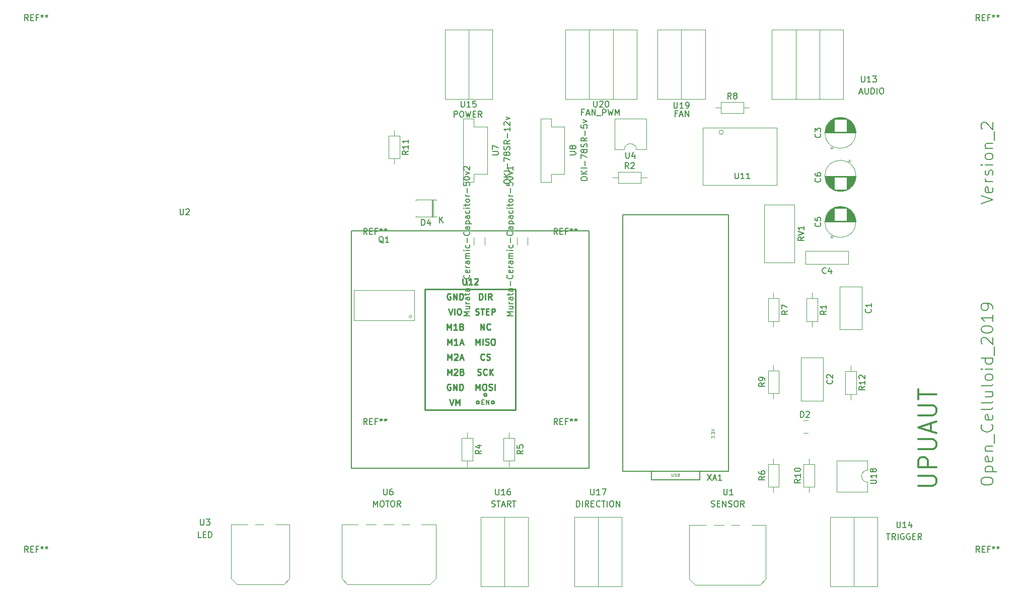
<source format=gbr>
G04 #@! TF.GenerationSoftware,KiCad,Pcbnew,(5.1.4)-1*
G04 #@! TF.CreationDate,2019-11-18T19:22:07+01:00*
G04 #@! TF.ProjectId,upuaut_2Nils,75707561-7574-45f3-924e-696c732e6b69,rev?*
G04 #@! TF.SameCoordinates,Original*
G04 #@! TF.FileFunction,Legend,Top*
G04 #@! TF.FilePolarity,Positive*
%FSLAX46Y46*%
G04 Gerber Fmt 4.6, Leading zero omitted, Abs format (unit mm)*
G04 Created by KiCad (PCBNEW (5.1.4)-1) date 2019-11-18 19:22:07*
%MOMM*%
%LPD*%
G04 APERTURE LIST*
%ADD10C,0.200000*%
%ADD11C,0.300000*%
%ADD12C,0.150000*%
%ADD13C,0.120000*%
%ADD14C,0.228600*%
%ADD15C,0.075000*%
%ADD16C,0.254000*%
%ADD17C,0.190500*%
G04 APERTURE END LIST*
D10*
X224404761Y-127509523D02*
X224404761Y-127128571D01*
X224500000Y-126938095D01*
X224690476Y-126747619D01*
X225071428Y-126652380D01*
X225738095Y-126652380D01*
X226119047Y-126747619D01*
X226309523Y-126938095D01*
X226404761Y-127128571D01*
X226404761Y-127509523D01*
X226309523Y-127700000D01*
X226119047Y-127890476D01*
X225738095Y-127985714D01*
X225071428Y-127985714D01*
X224690476Y-127890476D01*
X224500000Y-127700000D01*
X224404761Y-127509523D01*
X225071428Y-125795238D02*
X227071428Y-125795238D01*
X225166666Y-125795238D02*
X225071428Y-125604761D01*
X225071428Y-125223809D01*
X225166666Y-125033333D01*
X225261904Y-124938095D01*
X225452380Y-124842857D01*
X226023809Y-124842857D01*
X226214285Y-124938095D01*
X226309523Y-125033333D01*
X226404761Y-125223809D01*
X226404761Y-125604761D01*
X226309523Y-125795238D01*
X226309523Y-123223809D02*
X226404761Y-123414285D01*
X226404761Y-123795238D01*
X226309523Y-123985714D01*
X226119047Y-124080952D01*
X225357142Y-124080952D01*
X225166666Y-123985714D01*
X225071428Y-123795238D01*
X225071428Y-123414285D01*
X225166666Y-123223809D01*
X225357142Y-123128571D01*
X225547619Y-123128571D01*
X225738095Y-124080952D01*
X225071428Y-122271428D02*
X226404761Y-122271428D01*
X225261904Y-122271428D02*
X225166666Y-122176190D01*
X225071428Y-121985714D01*
X225071428Y-121700000D01*
X225166666Y-121509523D01*
X225357142Y-121414285D01*
X226404761Y-121414285D01*
X226595238Y-120938095D02*
X226595238Y-119414285D01*
X226214285Y-117795238D02*
X226309523Y-117890476D01*
X226404761Y-118176190D01*
X226404761Y-118366666D01*
X226309523Y-118652380D01*
X226119047Y-118842857D01*
X225928571Y-118938095D01*
X225547619Y-119033333D01*
X225261904Y-119033333D01*
X224880952Y-118938095D01*
X224690476Y-118842857D01*
X224500000Y-118652380D01*
X224404761Y-118366666D01*
X224404761Y-118176190D01*
X224500000Y-117890476D01*
X224595238Y-117795238D01*
X226309523Y-116176190D02*
X226404761Y-116366666D01*
X226404761Y-116747619D01*
X226309523Y-116938095D01*
X226119047Y-117033333D01*
X225357142Y-117033333D01*
X225166666Y-116938095D01*
X225071428Y-116747619D01*
X225071428Y-116366666D01*
X225166666Y-116176190D01*
X225357142Y-116080952D01*
X225547619Y-116080952D01*
X225738095Y-117033333D01*
X226404761Y-114938095D02*
X226309523Y-115128571D01*
X226119047Y-115223809D01*
X224404761Y-115223809D01*
X226404761Y-113890476D02*
X226309523Y-114080952D01*
X226119047Y-114176190D01*
X224404761Y-114176190D01*
X225071428Y-112271428D02*
X226404761Y-112271428D01*
X225071428Y-113128571D02*
X226119047Y-113128571D01*
X226309523Y-113033333D01*
X226404761Y-112842857D01*
X226404761Y-112557142D01*
X226309523Y-112366666D01*
X226214285Y-112271428D01*
X226404761Y-111033333D02*
X226309523Y-111223809D01*
X226119047Y-111319047D01*
X224404761Y-111319047D01*
X226404761Y-109985714D02*
X226309523Y-110176190D01*
X226214285Y-110271428D01*
X226023809Y-110366666D01*
X225452380Y-110366666D01*
X225261904Y-110271428D01*
X225166666Y-110176190D01*
X225071428Y-109985714D01*
X225071428Y-109700000D01*
X225166666Y-109509523D01*
X225261904Y-109414285D01*
X225452380Y-109319047D01*
X226023809Y-109319047D01*
X226214285Y-109414285D01*
X226309523Y-109509523D01*
X226404761Y-109700000D01*
X226404761Y-109985714D01*
X226404761Y-108461904D02*
X225071428Y-108461904D01*
X224404761Y-108461904D02*
X224500000Y-108557142D01*
X224595238Y-108461904D01*
X224500000Y-108366666D01*
X224404761Y-108461904D01*
X224595238Y-108461904D01*
X226404761Y-106652380D02*
X224404761Y-106652380D01*
X226309523Y-106652380D02*
X226404761Y-106842857D01*
X226404761Y-107223809D01*
X226309523Y-107414285D01*
X226214285Y-107509523D01*
X226023809Y-107604761D01*
X225452380Y-107604761D01*
X225261904Y-107509523D01*
X225166666Y-107414285D01*
X225071428Y-107223809D01*
X225071428Y-106842857D01*
X225166666Y-106652380D01*
X226595238Y-106176190D02*
X226595238Y-104652380D01*
X224595238Y-104271428D02*
X224500000Y-104176190D01*
X224404761Y-103985714D01*
X224404761Y-103509523D01*
X224500000Y-103319047D01*
X224595238Y-103223809D01*
X224785714Y-103128571D01*
X224976190Y-103128571D01*
X225261904Y-103223809D01*
X226404761Y-104366666D01*
X226404761Y-103128571D01*
X224404761Y-101890476D02*
X224404761Y-101700000D01*
X224500000Y-101509523D01*
X224595238Y-101414285D01*
X224785714Y-101319047D01*
X225166666Y-101223809D01*
X225642857Y-101223809D01*
X226023809Y-101319047D01*
X226214285Y-101414285D01*
X226309523Y-101509523D01*
X226404761Y-101700000D01*
X226404761Y-101890476D01*
X226309523Y-102080952D01*
X226214285Y-102176190D01*
X226023809Y-102271428D01*
X225642857Y-102366666D01*
X225166666Y-102366666D01*
X224785714Y-102271428D01*
X224595238Y-102176190D01*
X224500000Y-102080952D01*
X224404761Y-101890476D01*
X226404761Y-99319047D02*
X226404761Y-100461904D01*
X226404761Y-99890476D02*
X224404761Y-99890476D01*
X224690476Y-100080952D01*
X224880952Y-100271428D01*
X224976190Y-100461904D01*
X226404761Y-98366666D02*
X226404761Y-97985714D01*
X226309523Y-97795238D01*
X226214285Y-97700000D01*
X225928571Y-97509523D01*
X225547619Y-97414285D01*
X224785714Y-97414285D01*
X224595238Y-97509523D01*
X224500000Y-97604761D01*
X224404761Y-97795238D01*
X224404761Y-98176190D01*
X224500000Y-98366666D01*
X224595238Y-98461904D01*
X224785714Y-98557142D01*
X225261904Y-98557142D01*
X225452380Y-98461904D01*
X225547619Y-98366666D01*
X225642857Y-98176190D01*
X225642857Y-97795238D01*
X225547619Y-97604761D01*
X225452380Y-97509523D01*
X225261904Y-97414285D01*
X224404761Y-80652380D02*
X226404761Y-79985714D01*
X224404761Y-79319047D01*
X226309523Y-77890476D02*
X226404761Y-78080952D01*
X226404761Y-78461904D01*
X226309523Y-78652380D01*
X226119047Y-78747619D01*
X225357142Y-78747619D01*
X225166666Y-78652380D01*
X225071428Y-78461904D01*
X225071428Y-78080952D01*
X225166666Y-77890476D01*
X225357142Y-77795238D01*
X225547619Y-77795238D01*
X225738095Y-78747619D01*
X226404761Y-76938095D02*
X225071428Y-76938095D01*
X225452380Y-76938095D02*
X225261904Y-76842857D01*
X225166666Y-76747619D01*
X225071428Y-76557142D01*
X225071428Y-76366666D01*
X226309523Y-75795238D02*
X226404761Y-75604761D01*
X226404761Y-75223809D01*
X226309523Y-75033333D01*
X226119047Y-74938095D01*
X226023809Y-74938095D01*
X225833333Y-75033333D01*
X225738095Y-75223809D01*
X225738095Y-75509523D01*
X225642857Y-75700000D01*
X225452380Y-75795238D01*
X225357142Y-75795238D01*
X225166666Y-75700000D01*
X225071428Y-75509523D01*
X225071428Y-75223809D01*
X225166666Y-75033333D01*
X226404761Y-74080952D02*
X225071428Y-74080952D01*
X224404761Y-74080952D02*
X224500000Y-74176190D01*
X224595238Y-74080952D01*
X224500000Y-73985714D01*
X224404761Y-74080952D01*
X224595238Y-74080952D01*
X226404761Y-72842857D02*
X226309523Y-73033333D01*
X226214285Y-73128571D01*
X226023809Y-73223809D01*
X225452380Y-73223809D01*
X225261904Y-73128571D01*
X225166666Y-73033333D01*
X225071428Y-72842857D01*
X225071428Y-72557142D01*
X225166666Y-72366666D01*
X225261904Y-72271428D01*
X225452380Y-72176190D01*
X226023809Y-72176190D01*
X226214285Y-72271428D01*
X226309523Y-72366666D01*
X226404761Y-72557142D01*
X226404761Y-72842857D01*
X225071428Y-71319047D02*
X226404761Y-71319047D01*
X225261904Y-71319047D02*
X225166666Y-71223809D01*
X225071428Y-71033333D01*
X225071428Y-70747619D01*
X225166666Y-70557142D01*
X225357142Y-70461904D01*
X226404761Y-70461904D01*
X226595238Y-69985714D02*
X226595238Y-68461904D01*
X224595238Y-68080952D02*
X224500000Y-67985714D01*
X224404761Y-67795238D01*
X224404761Y-67319047D01*
X224500000Y-67128571D01*
X224595238Y-67033333D01*
X224785714Y-66938095D01*
X224976190Y-66938095D01*
X225261904Y-67033333D01*
X226404761Y-68176190D01*
X226404761Y-66938095D01*
D11*
X213857142Y-128128571D02*
X216285714Y-128128571D01*
X216571428Y-127985714D01*
X216714285Y-127842857D01*
X216857142Y-127557142D01*
X216857142Y-126985714D01*
X216714285Y-126700000D01*
X216571428Y-126557142D01*
X216285714Y-126414285D01*
X213857142Y-126414285D01*
X216857142Y-124985714D02*
X213857142Y-124985714D01*
X213857142Y-123842857D01*
X214000000Y-123557142D01*
X214142857Y-123414285D01*
X214428571Y-123271428D01*
X214857142Y-123271428D01*
X215142857Y-123414285D01*
X215285714Y-123557142D01*
X215428571Y-123842857D01*
X215428571Y-124985714D01*
X213857142Y-121985714D02*
X216285714Y-121985714D01*
X216571428Y-121842857D01*
X216714285Y-121700000D01*
X216857142Y-121414285D01*
X216857142Y-120842857D01*
X216714285Y-120557142D01*
X216571428Y-120414285D01*
X216285714Y-120271428D01*
X213857142Y-120271428D01*
X216000000Y-118985714D02*
X216000000Y-117557142D01*
X216857142Y-119271428D02*
X213857142Y-118271428D01*
X216857142Y-117271428D01*
X213857142Y-116271428D02*
X216285714Y-116271428D01*
X216571428Y-116128571D01*
X216714285Y-115985714D01*
X216857142Y-115700000D01*
X216857142Y-115128571D01*
X216714285Y-114842857D01*
X216571428Y-114700000D01*
X216285714Y-114557142D01*
X213857142Y-114557142D01*
X213857142Y-113557142D02*
X213857142Y-111842857D01*
X216857142Y-112700000D02*
X213857142Y-112700000D01*
D12*
X118500000Y-85200000D02*
X118500000Y-86200000D01*
X158500000Y-85200000D02*
X118500000Y-85200000D01*
X158500000Y-125200000D02*
X158500000Y-85200000D01*
X118500000Y-125200000D02*
X158500000Y-125200000D01*
X118500000Y-86200000D02*
X118500000Y-125200000D01*
D13*
X122648233Y-134610000D02*
X120951767Y-134610000D01*
X125648233Y-134610000D02*
X123951767Y-134610000D01*
X128290000Y-134610000D02*
X126951767Y-134610000D01*
X116865000Y-134610000D02*
X119648233Y-134610000D01*
X132735000Y-134610000D02*
X130310000Y-134610000D01*
X116865000Y-143730000D02*
X116865000Y-134610000D01*
X117865000Y-144730000D02*
X116865000Y-143730000D01*
X131735000Y-144730000D02*
X117865000Y-144730000D01*
X132735000Y-143730000D02*
X131735000Y-144730000D01*
X132735000Y-134610000D02*
X132735000Y-143730000D01*
X103690000Y-134610000D02*
X102351767Y-134610000D01*
X98265000Y-134610000D02*
X101048233Y-134610000D01*
X108135000Y-134610000D02*
X105710000Y-134610000D01*
X98265000Y-143730000D02*
X98265000Y-134610000D01*
X99265000Y-144730000D02*
X98265000Y-143730000D01*
X107135000Y-144730000D02*
X99265000Y-144730000D01*
X108135000Y-143730000D02*
X107135000Y-144730000D01*
X108135000Y-134610000D02*
X108135000Y-143730000D01*
X181148233Y-134710000D02*
X179451767Y-134710000D01*
X183790000Y-134710000D02*
X182451767Y-134710000D01*
X175365000Y-134710000D02*
X178148233Y-134710000D01*
X188235000Y-134710000D02*
X185810000Y-134710000D01*
X175365000Y-143830000D02*
X175365000Y-134710000D01*
X176365000Y-144830000D02*
X175365000Y-143830000D01*
X187235000Y-144830000D02*
X176365000Y-144830000D01*
X188235000Y-143830000D02*
X187235000Y-144830000D01*
X188235000Y-134710000D02*
X188235000Y-143830000D01*
X128663499Y-99605000D02*
G75*
G03X128663499Y-99605000I-218499J0D01*
G01*
X129080000Y-95160000D02*
X129080000Y-100240000D01*
X118920000Y-95160000D02*
X129080000Y-95160000D01*
X118920000Y-100240000D02*
X118920000Y-95160000D01*
X129080000Y-100240000D02*
X118920000Y-100240000D01*
X162500000Y-63050000D02*
X166500000Y-63050000D01*
X166500000Y-63050000D02*
X166500000Y-51350000D01*
X166500000Y-51350000D02*
X162500000Y-51350000D01*
X158500000Y-51350000D02*
X154500000Y-51350000D01*
X154500000Y-51350000D02*
X154500000Y-63050000D01*
X154500000Y-63050000D02*
X158550000Y-63050000D01*
X158500000Y-63050000D02*
X162500000Y-63050000D01*
X162500000Y-63050000D02*
X162500000Y-51350000D01*
X162500000Y-51350000D02*
X158500000Y-51350000D01*
X158500000Y-51350000D02*
X158500000Y-63050000D01*
D12*
X164110000Y-82520000D02*
X164110000Y-125700000D01*
X181890000Y-82520000D02*
X181890000Y-125700000D01*
X164110000Y-125700000D02*
X181890000Y-125700000D01*
X164110000Y-82520000D02*
X181890000Y-82520000D01*
X177064000Y-127150000D02*
X177064000Y-125700000D01*
X168936000Y-127150000D02*
X177064000Y-127150000D01*
X168936000Y-125700000D02*
X168936000Y-127150000D01*
D13*
X174000000Y-63050000D02*
X174000000Y-51350000D01*
X174000000Y-63050000D02*
X170000000Y-63050000D01*
X170000000Y-63050000D02*
X170000000Y-51350000D01*
X170000000Y-51350000D02*
X178000000Y-51350000D01*
X178000000Y-51350000D02*
X178000000Y-63050000D01*
X178000000Y-63050000D02*
X174000000Y-63050000D01*
X205330000Y-129160000D02*
X205330000Y-127510000D01*
X200130000Y-129160000D02*
X205330000Y-129160000D01*
X200130000Y-123860000D02*
X200130000Y-129160000D01*
X205330000Y-123860000D02*
X200130000Y-123860000D01*
X205330000Y-125510000D02*
X205330000Y-123860000D01*
X205330000Y-127510000D02*
G75*
G02X205330000Y-125510000I0J1000000D01*
G01*
X160000000Y-133350000D02*
X160000000Y-145050000D01*
X160000000Y-133350000D02*
X164000000Y-133350000D01*
X164000000Y-133350000D02*
X164000000Y-145050000D01*
X164000000Y-145050000D02*
X156000000Y-145050000D01*
X156000000Y-145050000D02*
X156000000Y-133350000D01*
X156000000Y-133350000D02*
X160000000Y-133350000D01*
X144250000Y-133350000D02*
X144250000Y-145050000D01*
X144250000Y-133350000D02*
X148250000Y-133350000D01*
X148250000Y-133350000D02*
X148250000Y-145050000D01*
X148250000Y-145050000D02*
X140250000Y-145050000D01*
X140250000Y-145050000D02*
X140250000Y-133350000D01*
X140250000Y-133350000D02*
X144250000Y-133350000D01*
X138250000Y-63050000D02*
X138250000Y-51350000D01*
X138250000Y-63050000D02*
X134250000Y-63050000D01*
X134250000Y-63050000D02*
X134250000Y-51350000D01*
X134250000Y-51350000D02*
X142250000Y-51350000D01*
X142250000Y-51350000D02*
X142250000Y-63050000D01*
X142250000Y-63050000D02*
X138250000Y-63050000D01*
X203000000Y-133350000D02*
X203000000Y-145050000D01*
X203000000Y-133350000D02*
X207000000Y-133350000D01*
X207000000Y-133350000D02*
X207000000Y-145050000D01*
X207000000Y-145050000D02*
X199000000Y-145050000D01*
X199000000Y-145050000D02*
X199000000Y-133350000D01*
X199000000Y-133350000D02*
X203000000Y-133350000D01*
X197250000Y-63050000D02*
X201250000Y-63050000D01*
X201250000Y-63050000D02*
X201250000Y-51350000D01*
X201250000Y-51350000D02*
X197250000Y-51350000D01*
X193250000Y-51350000D02*
X189250000Y-51350000D01*
X189250000Y-51350000D02*
X189250000Y-63050000D01*
X189250000Y-63050000D02*
X193300000Y-63050000D01*
X193250000Y-63050000D02*
X197250000Y-63050000D01*
X197250000Y-63050000D02*
X197250000Y-51350000D01*
X197250000Y-51350000D02*
X193250000Y-51350000D01*
X193250000Y-51350000D02*
X193250000Y-63050000D01*
D14*
X141294000Y-112820000D02*
G75*
G03X141294000Y-112820000I-254000J0D01*
G01*
X140024000Y-114090000D02*
G75*
G03X140024000Y-114090000I-254000J0D01*
G01*
X142564000Y-114090000D02*
G75*
G03X142564000Y-114090000I-254000J0D01*
G01*
X130880000Y-95040000D02*
X130880000Y-115360000D01*
X130880000Y-115360000D02*
X146120000Y-115360000D01*
X146120000Y-115360000D02*
X146120000Y-95040000D01*
X146120000Y-95040000D02*
X130880000Y-95040000D01*
D13*
X181057210Y-68616000D02*
G75*
G03X181057210Y-68616000I-359210J0D01*
G01*
X190096000Y-67854000D02*
X177650000Y-67854000D01*
X190096000Y-77506000D02*
X190096000Y-67854000D01*
X177650000Y-77506000D02*
X190096000Y-77506000D01*
X177650000Y-67854000D02*
X177650000Y-77506000D01*
X152110000Y-75600000D02*
X152110000Y-76990000D01*
X154350000Y-75600000D02*
X152110000Y-75600000D01*
X154350000Y-67720000D02*
X154350000Y-75600000D01*
X152110000Y-67720000D02*
X154350000Y-67720000D01*
X152110000Y-66320000D02*
X152110000Y-67720000D01*
X152100000Y-66320000D02*
X150330000Y-66320000D01*
X150330000Y-66320000D02*
X150330000Y-76990000D01*
X150330000Y-76990000D02*
X152110000Y-76990000D01*
X139110000Y-75600000D02*
X139110000Y-76990000D01*
X141350000Y-75600000D02*
X139110000Y-75600000D01*
X141350000Y-67720000D02*
X141350000Y-75600000D01*
X139110000Y-67720000D02*
X141350000Y-67720000D01*
X139110000Y-66320000D02*
X139110000Y-67720000D01*
X139100000Y-66320000D02*
X137330000Y-66320000D01*
X137330000Y-66320000D02*
X137330000Y-76990000D01*
X137330000Y-76990000D02*
X139110000Y-76990000D01*
X162790000Y-71530000D02*
X164440000Y-71530000D01*
X162790000Y-66330000D02*
X162790000Y-71530000D01*
X168090000Y-66330000D02*
X162790000Y-66330000D01*
X168090000Y-71530000D02*
X168090000Y-66330000D01*
X166440000Y-71530000D02*
X168090000Y-71530000D01*
X164440000Y-71530000D02*
G75*
G02X166440000Y-71530000I1000000J0D01*
G01*
X193030000Y-90545000D02*
X187960000Y-90545000D01*
X193030000Y-80775000D02*
X187960000Y-80775000D01*
X187960000Y-80775000D02*
X187960000Y-90545000D01*
X193030000Y-80775000D02*
X193030000Y-90545000D01*
X202500000Y-113630000D02*
X202500000Y-112680000D01*
X202500000Y-107890000D02*
X202500000Y-108840000D01*
X203420000Y-112680000D02*
X203420000Y-108840000D01*
X201580000Y-112680000D02*
X203420000Y-112680000D01*
X201580000Y-108840000D02*
X201580000Y-112680000D01*
X203420000Y-108840000D02*
X201580000Y-108840000D01*
X125700000Y-73980000D02*
X125700000Y-73030000D01*
X125700000Y-68240000D02*
X125700000Y-69190000D01*
X126620000Y-73030000D02*
X126620000Y-69190000D01*
X124780000Y-73030000D02*
X126620000Y-73030000D01*
X124780000Y-69190000D02*
X124780000Y-73030000D01*
X126620000Y-69190000D02*
X124780000Y-69190000D01*
X195500000Y-123520000D02*
X195500000Y-124470000D01*
X195500000Y-129260000D02*
X195500000Y-128310000D01*
X194580000Y-124470000D02*
X194580000Y-128310000D01*
X196420000Y-124470000D02*
X194580000Y-124470000D01*
X196420000Y-128310000D02*
X196420000Y-124470000D01*
X194580000Y-128310000D02*
X196420000Y-128310000D01*
X189500000Y-107770000D02*
X189500000Y-108720000D01*
X189500000Y-113510000D02*
X189500000Y-112560000D01*
X188580000Y-108720000D02*
X188580000Y-112560000D01*
X190420000Y-108720000D02*
X188580000Y-108720000D01*
X190420000Y-112560000D02*
X190420000Y-108720000D01*
X188580000Y-112560000D02*
X190420000Y-112560000D01*
X185430000Y-64450000D02*
X184480000Y-64450000D01*
X179690000Y-64450000D02*
X180640000Y-64450000D01*
X184480000Y-63530000D02*
X180640000Y-63530000D01*
X184480000Y-65370000D02*
X184480000Y-63530000D01*
X180640000Y-65370000D02*
X184480000Y-65370000D01*
X180640000Y-63530000D02*
X180640000Y-65370000D01*
X189500000Y-101380000D02*
X189500000Y-100430000D01*
X189500000Y-95640000D02*
X189500000Y-96590000D01*
X190420000Y-100430000D02*
X190420000Y-96590000D01*
X188580000Y-100430000D02*
X190420000Y-100430000D01*
X188580000Y-96590000D02*
X188580000Y-100430000D01*
X190420000Y-96590000D02*
X188580000Y-96590000D01*
X189500000Y-123520000D02*
X189500000Y-124470000D01*
X189500000Y-129260000D02*
X189500000Y-128310000D01*
X188580000Y-124470000D02*
X188580000Y-128310000D01*
X190420000Y-124470000D02*
X188580000Y-124470000D01*
X190420000Y-128310000D02*
X190420000Y-124470000D01*
X188580000Y-128310000D02*
X190420000Y-128310000D01*
X145000000Y-124880000D02*
X145000000Y-123930000D01*
X145000000Y-119140000D02*
X145000000Y-120090000D01*
X145920000Y-123930000D02*
X145920000Y-120090000D01*
X144080000Y-123930000D02*
X145920000Y-123930000D01*
X144080000Y-120090000D02*
X144080000Y-123930000D01*
X145920000Y-120090000D02*
X144080000Y-120090000D01*
X138000000Y-124880000D02*
X138000000Y-123930000D01*
X138000000Y-119140000D02*
X138000000Y-120090000D01*
X138920000Y-123930000D02*
X138920000Y-120090000D01*
X137080000Y-123930000D02*
X138920000Y-123930000D01*
X137080000Y-120090000D02*
X137080000Y-123930000D01*
X138920000Y-120090000D02*
X137080000Y-120090000D01*
X168180000Y-76200000D02*
X167230000Y-76200000D01*
X162440000Y-76200000D02*
X163390000Y-76200000D01*
X167230000Y-75280000D02*
X163390000Y-75280000D01*
X167230000Y-77120000D02*
X167230000Y-75280000D01*
X163390000Y-77120000D02*
X167230000Y-77120000D01*
X163390000Y-75280000D02*
X163390000Y-77120000D01*
X196000000Y-101380000D02*
X196000000Y-100430000D01*
X196000000Y-95640000D02*
X196000000Y-96590000D01*
X196920000Y-100430000D02*
X196920000Y-96590000D01*
X195080000Y-100430000D02*
X196920000Y-100430000D01*
X195080000Y-96590000D02*
X195080000Y-100430000D01*
X196920000Y-96590000D02*
X195080000Y-96590000D01*
X140920000Y-87579000D02*
X140920000Y-86321000D01*
X139080000Y-87579000D02*
X139080000Y-86321000D01*
X148170000Y-87579000D02*
X148170000Y-86321000D01*
X146330000Y-87579000D02*
X146330000Y-86321000D01*
X132300000Y-82820000D02*
X132300000Y-79980000D01*
X132060000Y-82820000D02*
X132060000Y-79980000D01*
X132180000Y-82820000D02*
X132180000Y-79980000D01*
X129340000Y-79980000D02*
X129340000Y-80160000D01*
X132780000Y-79980000D02*
X129340000Y-79980000D01*
X132780000Y-80160000D02*
X132780000Y-79980000D01*
X129340000Y-82820000D02*
X129340000Y-82640000D01*
X132780000Y-82820000D02*
X129340000Y-82820000D01*
X132780000Y-82640000D02*
X132780000Y-82820000D01*
X194580000Y-119260000D02*
X195311000Y-119260000D01*
X194580000Y-117140000D02*
X195311000Y-117140000D01*
X202475000Y-73395225D02*
X201975000Y-73395225D01*
X202225000Y-73145225D02*
X202225000Y-73645225D01*
X201034000Y-78551000D02*
X200466000Y-78551000D01*
X201268000Y-78511000D02*
X200232000Y-78511000D01*
X201427000Y-78471000D02*
X200073000Y-78471000D01*
X201555000Y-78431000D02*
X199945000Y-78431000D01*
X201665000Y-78391000D02*
X199835000Y-78391000D01*
X201761000Y-78351000D02*
X199739000Y-78351000D01*
X201848000Y-78311000D02*
X199652000Y-78311000D01*
X201928000Y-78271000D02*
X199572000Y-78271000D01*
X199710000Y-78231000D02*
X199499000Y-78231000D01*
X202001000Y-78231000D02*
X201790000Y-78231000D01*
X199710000Y-78191000D02*
X199431000Y-78191000D01*
X202069000Y-78191000D02*
X201790000Y-78191000D01*
X199710000Y-78151000D02*
X199367000Y-78151000D01*
X202133000Y-78151000D02*
X201790000Y-78151000D01*
X199710000Y-78111000D02*
X199307000Y-78111000D01*
X202193000Y-78111000D02*
X201790000Y-78111000D01*
X199710000Y-78071000D02*
X199250000Y-78071000D01*
X202250000Y-78071000D02*
X201790000Y-78071000D01*
X199710000Y-78031000D02*
X199196000Y-78031000D01*
X202304000Y-78031000D02*
X201790000Y-78031000D01*
X199710000Y-77991000D02*
X199145000Y-77991000D01*
X202355000Y-77991000D02*
X201790000Y-77991000D01*
X199710000Y-77951000D02*
X199097000Y-77951000D01*
X202403000Y-77951000D02*
X201790000Y-77951000D01*
X199710000Y-77911000D02*
X199051000Y-77911000D01*
X202449000Y-77911000D02*
X201790000Y-77911000D01*
X199710000Y-77871000D02*
X199007000Y-77871000D01*
X202493000Y-77871000D02*
X201790000Y-77871000D01*
X199710000Y-77831000D02*
X198965000Y-77831000D01*
X202535000Y-77831000D02*
X201790000Y-77831000D01*
X199710000Y-77791000D02*
X198924000Y-77791000D01*
X202576000Y-77791000D02*
X201790000Y-77791000D01*
X199710000Y-77751000D02*
X198886000Y-77751000D01*
X202614000Y-77751000D02*
X201790000Y-77751000D01*
X199710000Y-77711000D02*
X198849000Y-77711000D01*
X202651000Y-77711000D02*
X201790000Y-77711000D01*
X199710000Y-77671000D02*
X198813000Y-77671000D01*
X202687000Y-77671000D02*
X201790000Y-77671000D01*
X199710000Y-77631000D02*
X198779000Y-77631000D01*
X202721000Y-77631000D02*
X201790000Y-77631000D01*
X199710000Y-77591000D02*
X198746000Y-77591000D01*
X202754000Y-77591000D02*
X201790000Y-77591000D01*
X199710000Y-77551000D02*
X198715000Y-77551000D01*
X202785000Y-77551000D02*
X201790000Y-77551000D01*
X199710000Y-77511000D02*
X198685000Y-77511000D01*
X202815000Y-77511000D02*
X201790000Y-77511000D01*
X199710000Y-77471000D02*
X198655000Y-77471000D01*
X202845000Y-77471000D02*
X201790000Y-77471000D01*
X199710000Y-77431000D02*
X198628000Y-77431000D01*
X202872000Y-77431000D02*
X201790000Y-77431000D01*
X199710000Y-77391000D02*
X198601000Y-77391000D01*
X202899000Y-77391000D02*
X201790000Y-77391000D01*
X199710000Y-77351000D02*
X198575000Y-77351000D01*
X202925000Y-77351000D02*
X201790000Y-77351000D01*
X199710000Y-77311000D02*
X198550000Y-77311000D01*
X202950000Y-77311000D02*
X201790000Y-77311000D01*
X199710000Y-77271000D02*
X198526000Y-77271000D01*
X202974000Y-77271000D02*
X201790000Y-77271000D01*
X199710000Y-77231000D02*
X198503000Y-77231000D01*
X202997000Y-77231000D02*
X201790000Y-77231000D01*
X199710000Y-77191000D02*
X198482000Y-77191000D01*
X203018000Y-77191000D02*
X201790000Y-77191000D01*
X199710000Y-77151000D02*
X198460000Y-77151000D01*
X203040000Y-77151000D02*
X201790000Y-77151000D01*
X199710000Y-77111000D02*
X198440000Y-77111000D01*
X203060000Y-77111000D02*
X201790000Y-77111000D01*
X199710000Y-77071000D02*
X198421000Y-77071000D01*
X203079000Y-77071000D02*
X201790000Y-77071000D01*
X199710000Y-77031000D02*
X198402000Y-77031000D01*
X203098000Y-77031000D02*
X201790000Y-77031000D01*
X199710000Y-76991000D02*
X198385000Y-76991000D01*
X203115000Y-76991000D02*
X201790000Y-76991000D01*
X199710000Y-76951000D02*
X198368000Y-76951000D01*
X203132000Y-76951000D02*
X201790000Y-76951000D01*
X199710000Y-76911000D02*
X198352000Y-76911000D01*
X203148000Y-76911000D02*
X201790000Y-76911000D01*
X199710000Y-76871000D02*
X198336000Y-76871000D01*
X203164000Y-76871000D02*
X201790000Y-76871000D01*
X199710000Y-76831000D02*
X198322000Y-76831000D01*
X203178000Y-76831000D02*
X201790000Y-76831000D01*
X199710000Y-76791000D02*
X198308000Y-76791000D01*
X203192000Y-76791000D02*
X201790000Y-76791000D01*
X199710000Y-76751000D02*
X198295000Y-76751000D01*
X203205000Y-76751000D02*
X201790000Y-76751000D01*
X199710000Y-76711000D02*
X198282000Y-76711000D01*
X203218000Y-76711000D02*
X201790000Y-76711000D01*
X199710000Y-76671000D02*
X198270000Y-76671000D01*
X203230000Y-76671000D02*
X201790000Y-76671000D01*
X199710000Y-76630000D02*
X198259000Y-76630000D01*
X203241000Y-76630000D02*
X201790000Y-76630000D01*
X199710000Y-76590000D02*
X198249000Y-76590000D01*
X203251000Y-76590000D02*
X201790000Y-76590000D01*
X199710000Y-76550000D02*
X198239000Y-76550000D01*
X203261000Y-76550000D02*
X201790000Y-76550000D01*
X199710000Y-76510000D02*
X198230000Y-76510000D01*
X203270000Y-76510000D02*
X201790000Y-76510000D01*
X199710000Y-76470000D02*
X198222000Y-76470000D01*
X203278000Y-76470000D02*
X201790000Y-76470000D01*
X199710000Y-76430000D02*
X198214000Y-76430000D01*
X203286000Y-76430000D02*
X201790000Y-76430000D01*
X199710000Y-76390000D02*
X198207000Y-76390000D01*
X203293000Y-76390000D02*
X201790000Y-76390000D01*
X199710000Y-76350000D02*
X198200000Y-76350000D01*
X203300000Y-76350000D02*
X201790000Y-76350000D01*
X199710000Y-76310000D02*
X198194000Y-76310000D01*
X203306000Y-76310000D02*
X201790000Y-76310000D01*
X199710000Y-76270000D02*
X198189000Y-76270000D01*
X203311000Y-76270000D02*
X201790000Y-76270000D01*
X199710000Y-76230000D02*
X198185000Y-76230000D01*
X203315000Y-76230000D02*
X201790000Y-76230000D01*
X199710000Y-76190000D02*
X198181000Y-76190000D01*
X203319000Y-76190000D02*
X201790000Y-76190000D01*
X203323000Y-76150000D02*
X198177000Y-76150000D01*
X203326000Y-76110000D02*
X198174000Y-76110000D01*
X203328000Y-76070000D02*
X198172000Y-76070000D01*
X203329000Y-76030000D02*
X198171000Y-76030000D01*
X203330000Y-75990000D02*
X198170000Y-75990000D01*
X203330000Y-75950000D02*
X198170000Y-75950000D01*
X203370000Y-75950000D02*
G75*
G03X203370000Y-75950000I-2620000J0D01*
G01*
X199025000Y-86254775D02*
X199525000Y-86254775D01*
X199275000Y-86504775D02*
X199275000Y-86004775D01*
X200466000Y-81099000D02*
X201034000Y-81099000D01*
X200232000Y-81139000D02*
X201268000Y-81139000D01*
X200073000Y-81179000D02*
X201427000Y-81179000D01*
X199945000Y-81219000D02*
X201555000Y-81219000D01*
X199835000Y-81259000D02*
X201665000Y-81259000D01*
X199739000Y-81299000D02*
X201761000Y-81299000D01*
X199652000Y-81339000D02*
X201848000Y-81339000D01*
X199572000Y-81379000D02*
X201928000Y-81379000D01*
X201790000Y-81419000D02*
X202001000Y-81419000D01*
X199499000Y-81419000D02*
X199710000Y-81419000D01*
X201790000Y-81459000D02*
X202069000Y-81459000D01*
X199431000Y-81459000D02*
X199710000Y-81459000D01*
X201790000Y-81499000D02*
X202133000Y-81499000D01*
X199367000Y-81499000D02*
X199710000Y-81499000D01*
X201790000Y-81539000D02*
X202193000Y-81539000D01*
X199307000Y-81539000D02*
X199710000Y-81539000D01*
X201790000Y-81579000D02*
X202250000Y-81579000D01*
X199250000Y-81579000D02*
X199710000Y-81579000D01*
X201790000Y-81619000D02*
X202304000Y-81619000D01*
X199196000Y-81619000D02*
X199710000Y-81619000D01*
X201790000Y-81659000D02*
X202355000Y-81659000D01*
X199145000Y-81659000D02*
X199710000Y-81659000D01*
X201790000Y-81699000D02*
X202403000Y-81699000D01*
X199097000Y-81699000D02*
X199710000Y-81699000D01*
X201790000Y-81739000D02*
X202449000Y-81739000D01*
X199051000Y-81739000D02*
X199710000Y-81739000D01*
X201790000Y-81779000D02*
X202493000Y-81779000D01*
X199007000Y-81779000D02*
X199710000Y-81779000D01*
X201790000Y-81819000D02*
X202535000Y-81819000D01*
X198965000Y-81819000D02*
X199710000Y-81819000D01*
X201790000Y-81859000D02*
X202576000Y-81859000D01*
X198924000Y-81859000D02*
X199710000Y-81859000D01*
X201790000Y-81899000D02*
X202614000Y-81899000D01*
X198886000Y-81899000D02*
X199710000Y-81899000D01*
X201790000Y-81939000D02*
X202651000Y-81939000D01*
X198849000Y-81939000D02*
X199710000Y-81939000D01*
X201790000Y-81979000D02*
X202687000Y-81979000D01*
X198813000Y-81979000D02*
X199710000Y-81979000D01*
X201790000Y-82019000D02*
X202721000Y-82019000D01*
X198779000Y-82019000D02*
X199710000Y-82019000D01*
X201790000Y-82059000D02*
X202754000Y-82059000D01*
X198746000Y-82059000D02*
X199710000Y-82059000D01*
X201790000Y-82099000D02*
X202785000Y-82099000D01*
X198715000Y-82099000D02*
X199710000Y-82099000D01*
X201790000Y-82139000D02*
X202815000Y-82139000D01*
X198685000Y-82139000D02*
X199710000Y-82139000D01*
X201790000Y-82179000D02*
X202845000Y-82179000D01*
X198655000Y-82179000D02*
X199710000Y-82179000D01*
X201790000Y-82219000D02*
X202872000Y-82219000D01*
X198628000Y-82219000D02*
X199710000Y-82219000D01*
X201790000Y-82259000D02*
X202899000Y-82259000D01*
X198601000Y-82259000D02*
X199710000Y-82259000D01*
X201790000Y-82299000D02*
X202925000Y-82299000D01*
X198575000Y-82299000D02*
X199710000Y-82299000D01*
X201790000Y-82339000D02*
X202950000Y-82339000D01*
X198550000Y-82339000D02*
X199710000Y-82339000D01*
X201790000Y-82379000D02*
X202974000Y-82379000D01*
X198526000Y-82379000D02*
X199710000Y-82379000D01*
X201790000Y-82419000D02*
X202997000Y-82419000D01*
X198503000Y-82419000D02*
X199710000Y-82419000D01*
X201790000Y-82459000D02*
X203018000Y-82459000D01*
X198482000Y-82459000D02*
X199710000Y-82459000D01*
X201790000Y-82499000D02*
X203040000Y-82499000D01*
X198460000Y-82499000D02*
X199710000Y-82499000D01*
X201790000Y-82539000D02*
X203060000Y-82539000D01*
X198440000Y-82539000D02*
X199710000Y-82539000D01*
X201790000Y-82579000D02*
X203079000Y-82579000D01*
X198421000Y-82579000D02*
X199710000Y-82579000D01*
X201790000Y-82619000D02*
X203098000Y-82619000D01*
X198402000Y-82619000D02*
X199710000Y-82619000D01*
X201790000Y-82659000D02*
X203115000Y-82659000D01*
X198385000Y-82659000D02*
X199710000Y-82659000D01*
X201790000Y-82699000D02*
X203132000Y-82699000D01*
X198368000Y-82699000D02*
X199710000Y-82699000D01*
X201790000Y-82739000D02*
X203148000Y-82739000D01*
X198352000Y-82739000D02*
X199710000Y-82739000D01*
X201790000Y-82779000D02*
X203164000Y-82779000D01*
X198336000Y-82779000D02*
X199710000Y-82779000D01*
X201790000Y-82819000D02*
X203178000Y-82819000D01*
X198322000Y-82819000D02*
X199710000Y-82819000D01*
X201790000Y-82859000D02*
X203192000Y-82859000D01*
X198308000Y-82859000D02*
X199710000Y-82859000D01*
X201790000Y-82899000D02*
X203205000Y-82899000D01*
X198295000Y-82899000D02*
X199710000Y-82899000D01*
X201790000Y-82939000D02*
X203218000Y-82939000D01*
X198282000Y-82939000D02*
X199710000Y-82939000D01*
X201790000Y-82979000D02*
X203230000Y-82979000D01*
X198270000Y-82979000D02*
X199710000Y-82979000D01*
X201790000Y-83020000D02*
X203241000Y-83020000D01*
X198259000Y-83020000D02*
X199710000Y-83020000D01*
X201790000Y-83060000D02*
X203251000Y-83060000D01*
X198249000Y-83060000D02*
X199710000Y-83060000D01*
X201790000Y-83100000D02*
X203261000Y-83100000D01*
X198239000Y-83100000D02*
X199710000Y-83100000D01*
X201790000Y-83140000D02*
X203270000Y-83140000D01*
X198230000Y-83140000D02*
X199710000Y-83140000D01*
X201790000Y-83180000D02*
X203278000Y-83180000D01*
X198222000Y-83180000D02*
X199710000Y-83180000D01*
X201790000Y-83220000D02*
X203286000Y-83220000D01*
X198214000Y-83220000D02*
X199710000Y-83220000D01*
X201790000Y-83260000D02*
X203293000Y-83260000D01*
X198207000Y-83260000D02*
X199710000Y-83260000D01*
X201790000Y-83300000D02*
X203300000Y-83300000D01*
X198200000Y-83300000D02*
X199710000Y-83300000D01*
X201790000Y-83340000D02*
X203306000Y-83340000D01*
X198194000Y-83340000D02*
X199710000Y-83340000D01*
X201790000Y-83380000D02*
X203311000Y-83380000D01*
X198189000Y-83380000D02*
X199710000Y-83380000D01*
X201790000Y-83420000D02*
X203315000Y-83420000D01*
X198185000Y-83420000D02*
X199710000Y-83420000D01*
X201790000Y-83460000D02*
X203319000Y-83460000D01*
X198181000Y-83460000D02*
X199710000Y-83460000D01*
X198177000Y-83500000D02*
X203323000Y-83500000D01*
X198174000Y-83540000D02*
X203326000Y-83540000D01*
X198172000Y-83580000D02*
X203328000Y-83580000D01*
X198171000Y-83620000D02*
X203329000Y-83620000D01*
X198170000Y-83660000D02*
X203330000Y-83660000D01*
X198170000Y-83700000D02*
X203330000Y-83700000D01*
X203370000Y-83700000D02*
G75*
G03X203370000Y-83700000I-2620000J0D01*
G01*
X194880000Y-90820000D02*
X194880000Y-88580000D01*
X202120000Y-90820000D02*
X202120000Y-88580000D01*
X202120000Y-88580000D02*
X194880000Y-88580000D01*
X202120000Y-90820000D02*
X194880000Y-90820000D01*
X199025000Y-71254775D02*
X199525000Y-71254775D01*
X199275000Y-71504775D02*
X199275000Y-71004775D01*
X200466000Y-66099000D02*
X201034000Y-66099000D01*
X200232000Y-66139000D02*
X201268000Y-66139000D01*
X200073000Y-66179000D02*
X201427000Y-66179000D01*
X199945000Y-66219000D02*
X201555000Y-66219000D01*
X199835000Y-66259000D02*
X201665000Y-66259000D01*
X199739000Y-66299000D02*
X201761000Y-66299000D01*
X199652000Y-66339000D02*
X201848000Y-66339000D01*
X199572000Y-66379000D02*
X201928000Y-66379000D01*
X201790000Y-66419000D02*
X202001000Y-66419000D01*
X199499000Y-66419000D02*
X199710000Y-66419000D01*
X201790000Y-66459000D02*
X202069000Y-66459000D01*
X199431000Y-66459000D02*
X199710000Y-66459000D01*
X201790000Y-66499000D02*
X202133000Y-66499000D01*
X199367000Y-66499000D02*
X199710000Y-66499000D01*
X201790000Y-66539000D02*
X202193000Y-66539000D01*
X199307000Y-66539000D02*
X199710000Y-66539000D01*
X201790000Y-66579000D02*
X202250000Y-66579000D01*
X199250000Y-66579000D02*
X199710000Y-66579000D01*
X201790000Y-66619000D02*
X202304000Y-66619000D01*
X199196000Y-66619000D02*
X199710000Y-66619000D01*
X201790000Y-66659000D02*
X202355000Y-66659000D01*
X199145000Y-66659000D02*
X199710000Y-66659000D01*
X201790000Y-66699000D02*
X202403000Y-66699000D01*
X199097000Y-66699000D02*
X199710000Y-66699000D01*
X201790000Y-66739000D02*
X202449000Y-66739000D01*
X199051000Y-66739000D02*
X199710000Y-66739000D01*
X201790000Y-66779000D02*
X202493000Y-66779000D01*
X199007000Y-66779000D02*
X199710000Y-66779000D01*
X201790000Y-66819000D02*
X202535000Y-66819000D01*
X198965000Y-66819000D02*
X199710000Y-66819000D01*
X201790000Y-66859000D02*
X202576000Y-66859000D01*
X198924000Y-66859000D02*
X199710000Y-66859000D01*
X201790000Y-66899000D02*
X202614000Y-66899000D01*
X198886000Y-66899000D02*
X199710000Y-66899000D01*
X201790000Y-66939000D02*
X202651000Y-66939000D01*
X198849000Y-66939000D02*
X199710000Y-66939000D01*
X201790000Y-66979000D02*
X202687000Y-66979000D01*
X198813000Y-66979000D02*
X199710000Y-66979000D01*
X201790000Y-67019000D02*
X202721000Y-67019000D01*
X198779000Y-67019000D02*
X199710000Y-67019000D01*
X201790000Y-67059000D02*
X202754000Y-67059000D01*
X198746000Y-67059000D02*
X199710000Y-67059000D01*
X201790000Y-67099000D02*
X202785000Y-67099000D01*
X198715000Y-67099000D02*
X199710000Y-67099000D01*
X201790000Y-67139000D02*
X202815000Y-67139000D01*
X198685000Y-67139000D02*
X199710000Y-67139000D01*
X201790000Y-67179000D02*
X202845000Y-67179000D01*
X198655000Y-67179000D02*
X199710000Y-67179000D01*
X201790000Y-67219000D02*
X202872000Y-67219000D01*
X198628000Y-67219000D02*
X199710000Y-67219000D01*
X201790000Y-67259000D02*
X202899000Y-67259000D01*
X198601000Y-67259000D02*
X199710000Y-67259000D01*
X201790000Y-67299000D02*
X202925000Y-67299000D01*
X198575000Y-67299000D02*
X199710000Y-67299000D01*
X201790000Y-67339000D02*
X202950000Y-67339000D01*
X198550000Y-67339000D02*
X199710000Y-67339000D01*
X201790000Y-67379000D02*
X202974000Y-67379000D01*
X198526000Y-67379000D02*
X199710000Y-67379000D01*
X201790000Y-67419000D02*
X202997000Y-67419000D01*
X198503000Y-67419000D02*
X199710000Y-67419000D01*
X201790000Y-67459000D02*
X203018000Y-67459000D01*
X198482000Y-67459000D02*
X199710000Y-67459000D01*
X201790000Y-67499000D02*
X203040000Y-67499000D01*
X198460000Y-67499000D02*
X199710000Y-67499000D01*
X201790000Y-67539000D02*
X203060000Y-67539000D01*
X198440000Y-67539000D02*
X199710000Y-67539000D01*
X201790000Y-67579000D02*
X203079000Y-67579000D01*
X198421000Y-67579000D02*
X199710000Y-67579000D01*
X201790000Y-67619000D02*
X203098000Y-67619000D01*
X198402000Y-67619000D02*
X199710000Y-67619000D01*
X201790000Y-67659000D02*
X203115000Y-67659000D01*
X198385000Y-67659000D02*
X199710000Y-67659000D01*
X201790000Y-67699000D02*
X203132000Y-67699000D01*
X198368000Y-67699000D02*
X199710000Y-67699000D01*
X201790000Y-67739000D02*
X203148000Y-67739000D01*
X198352000Y-67739000D02*
X199710000Y-67739000D01*
X201790000Y-67779000D02*
X203164000Y-67779000D01*
X198336000Y-67779000D02*
X199710000Y-67779000D01*
X201790000Y-67819000D02*
X203178000Y-67819000D01*
X198322000Y-67819000D02*
X199710000Y-67819000D01*
X201790000Y-67859000D02*
X203192000Y-67859000D01*
X198308000Y-67859000D02*
X199710000Y-67859000D01*
X201790000Y-67899000D02*
X203205000Y-67899000D01*
X198295000Y-67899000D02*
X199710000Y-67899000D01*
X201790000Y-67939000D02*
X203218000Y-67939000D01*
X198282000Y-67939000D02*
X199710000Y-67939000D01*
X201790000Y-67979000D02*
X203230000Y-67979000D01*
X198270000Y-67979000D02*
X199710000Y-67979000D01*
X201790000Y-68020000D02*
X203241000Y-68020000D01*
X198259000Y-68020000D02*
X199710000Y-68020000D01*
X201790000Y-68060000D02*
X203251000Y-68060000D01*
X198249000Y-68060000D02*
X199710000Y-68060000D01*
X201790000Y-68100000D02*
X203261000Y-68100000D01*
X198239000Y-68100000D02*
X199710000Y-68100000D01*
X201790000Y-68140000D02*
X203270000Y-68140000D01*
X198230000Y-68140000D02*
X199710000Y-68140000D01*
X201790000Y-68180000D02*
X203278000Y-68180000D01*
X198222000Y-68180000D02*
X199710000Y-68180000D01*
X201790000Y-68220000D02*
X203286000Y-68220000D01*
X198214000Y-68220000D02*
X199710000Y-68220000D01*
X201790000Y-68260000D02*
X203293000Y-68260000D01*
X198207000Y-68260000D02*
X199710000Y-68260000D01*
X201790000Y-68300000D02*
X203300000Y-68300000D01*
X198200000Y-68300000D02*
X199710000Y-68300000D01*
X201790000Y-68340000D02*
X203306000Y-68340000D01*
X198194000Y-68340000D02*
X199710000Y-68340000D01*
X201790000Y-68380000D02*
X203311000Y-68380000D01*
X198189000Y-68380000D02*
X199710000Y-68380000D01*
X201790000Y-68420000D02*
X203315000Y-68420000D01*
X198185000Y-68420000D02*
X199710000Y-68420000D01*
X201790000Y-68460000D02*
X203319000Y-68460000D01*
X198181000Y-68460000D02*
X199710000Y-68460000D01*
X198177000Y-68500000D02*
X203323000Y-68500000D01*
X198174000Y-68540000D02*
X203326000Y-68540000D01*
X198172000Y-68580000D02*
X203328000Y-68580000D01*
X198171000Y-68620000D02*
X203329000Y-68620000D01*
X198170000Y-68660000D02*
X203330000Y-68660000D01*
X198170000Y-68700000D02*
X203330000Y-68700000D01*
X203370000Y-68700000D02*
G75*
G03X203370000Y-68700000I-2620000J0D01*
G01*
X197870000Y-113820000D02*
X194130000Y-113820000D01*
X197870000Y-106580000D02*
X194130000Y-106580000D01*
X194130000Y-106580000D02*
X194130000Y-113820000D01*
X197870000Y-106580000D02*
X197870000Y-113820000D01*
X204370000Y-101820000D02*
X200630000Y-101820000D01*
X204370000Y-94580000D02*
X200630000Y-94580000D01*
X200630000Y-94580000D02*
X200630000Y-101820000D01*
X204370000Y-94580000D02*
X204370000Y-101820000D01*
D12*
X64166666Y-139302380D02*
X63833333Y-138826190D01*
X63595238Y-139302380D02*
X63595238Y-138302380D01*
X63976190Y-138302380D01*
X64071428Y-138350000D01*
X64119047Y-138397619D01*
X64166666Y-138492857D01*
X64166666Y-138635714D01*
X64119047Y-138730952D01*
X64071428Y-138778571D01*
X63976190Y-138826190D01*
X63595238Y-138826190D01*
X64595238Y-138778571D02*
X64928571Y-138778571D01*
X65071428Y-139302380D02*
X64595238Y-139302380D01*
X64595238Y-138302380D01*
X65071428Y-138302380D01*
X65833333Y-138778571D02*
X65500000Y-138778571D01*
X65500000Y-139302380D02*
X65500000Y-138302380D01*
X65976190Y-138302380D01*
X66500000Y-138302380D02*
X66500000Y-138540476D01*
X66261904Y-138445238D02*
X66500000Y-138540476D01*
X66738095Y-138445238D01*
X66357142Y-138730952D02*
X66500000Y-138540476D01*
X66642857Y-138730952D01*
X67261904Y-138302380D02*
X67261904Y-138540476D01*
X67023809Y-138445238D02*
X67261904Y-138540476D01*
X67500000Y-138445238D01*
X67119047Y-138730952D02*
X67261904Y-138540476D01*
X67404761Y-138730952D01*
X224166666Y-139302380D02*
X223833333Y-138826190D01*
X223595238Y-139302380D02*
X223595238Y-138302380D01*
X223976190Y-138302380D01*
X224071428Y-138350000D01*
X224119047Y-138397619D01*
X224166666Y-138492857D01*
X224166666Y-138635714D01*
X224119047Y-138730952D01*
X224071428Y-138778571D01*
X223976190Y-138826190D01*
X223595238Y-138826190D01*
X224595238Y-138778571D02*
X224928571Y-138778571D01*
X225071428Y-139302380D02*
X224595238Y-139302380D01*
X224595238Y-138302380D01*
X225071428Y-138302380D01*
X225833333Y-138778571D02*
X225500000Y-138778571D01*
X225500000Y-139302380D02*
X225500000Y-138302380D01*
X225976190Y-138302380D01*
X226500000Y-138302380D02*
X226500000Y-138540476D01*
X226261904Y-138445238D02*
X226500000Y-138540476D01*
X226738095Y-138445238D01*
X226357142Y-138730952D02*
X226500000Y-138540476D01*
X226642857Y-138730952D01*
X227261904Y-138302380D02*
X227261904Y-138540476D01*
X227023809Y-138445238D02*
X227261904Y-138540476D01*
X227500000Y-138445238D01*
X227119047Y-138730952D02*
X227261904Y-138540476D01*
X227404761Y-138730952D01*
X224166666Y-49802380D02*
X223833333Y-49326190D01*
X223595238Y-49802380D02*
X223595238Y-48802380D01*
X223976190Y-48802380D01*
X224071428Y-48850000D01*
X224119047Y-48897619D01*
X224166666Y-48992857D01*
X224166666Y-49135714D01*
X224119047Y-49230952D01*
X224071428Y-49278571D01*
X223976190Y-49326190D01*
X223595238Y-49326190D01*
X224595238Y-49278571D02*
X224928571Y-49278571D01*
X225071428Y-49802380D02*
X224595238Y-49802380D01*
X224595238Y-48802380D01*
X225071428Y-48802380D01*
X225833333Y-49278571D02*
X225500000Y-49278571D01*
X225500000Y-49802380D02*
X225500000Y-48802380D01*
X225976190Y-48802380D01*
X226500000Y-48802380D02*
X226500000Y-49040476D01*
X226261904Y-48945238D02*
X226500000Y-49040476D01*
X226738095Y-48945238D01*
X226357142Y-49230952D02*
X226500000Y-49040476D01*
X226642857Y-49230952D01*
X227261904Y-48802380D02*
X227261904Y-49040476D01*
X227023809Y-48945238D02*
X227261904Y-49040476D01*
X227500000Y-48945238D01*
X227119047Y-49230952D02*
X227261904Y-49040476D01*
X227404761Y-49230952D01*
X64166666Y-49802380D02*
X63833333Y-49326190D01*
X63595238Y-49802380D02*
X63595238Y-48802380D01*
X63976190Y-48802380D01*
X64071428Y-48850000D01*
X64119047Y-48897619D01*
X64166666Y-48992857D01*
X64166666Y-49135714D01*
X64119047Y-49230952D01*
X64071428Y-49278571D01*
X63976190Y-49326190D01*
X63595238Y-49326190D01*
X64595238Y-49278571D02*
X64928571Y-49278571D01*
X65071428Y-49802380D02*
X64595238Y-49802380D01*
X64595238Y-48802380D01*
X65071428Y-48802380D01*
X65833333Y-49278571D02*
X65500000Y-49278571D01*
X65500000Y-49802380D02*
X65500000Y-48802380D01*
X65976190Y-48802380D01*
X66500000Y-48802380D02*
X66500000Y-49040476D01*
X66261904Y-48945238D02*
X66500000Y-49040476D01*
X66738095Y-48945238D01*
X66357142Y-49230952D02*
X66500000Y-49040476D01*
X66642857Y-49230952D01*
X67261904Y-48802380D02*
X67261904Y-49040476D01*
X67023809Y-48945238D02*
X67261904Y-49040476D01*
X67500000Y-48945238D01*
X67119047Y-49230952D02*
X67261904Y-49040476D01*
X67404761Y-49230952D01*
X121166666Y-85802380D02*
X120833333Y-85326190D01*
X120595238Y-85802380D02*
X120595238Y-84802380D01*
X120976190Y-84802380D01*
X121071428Y-84850000D01*
X121119047Y-84897619D01*
X121166666Y-84992857D01*
X121166666Y-85135714D01*
X121119047Y-85230952D01*
X121071428Y-85278571D01*
X120976190Y-85326190D01*
X120595238Y-85326190D01*
X121595238Y-85278571D02*
X121928571Y-85278571D01*
X122071428Y-85802380D02*
X121595238Y-85802380D01*
X121595238Y-84802380D01*
X122071428Y-84802380D01*
X122833333Y-85278571D02*
X122500000Y-85278571D01*
X122500000Y-85802380D02*
X122500000Y-84802380D01*
X122976190Y-84802380D01*
X123500000Y-84802380D02*
X123500000Y-85040476D01*
X123261904Y-84945238D02*
X123500000Y-85040476D01*
X123738095Y-84945238D01*
X123357142Y-85230952D02*
X123500000Y-85040476D01*
X123642857Y-85230952D01*
X124261904Y-84802380D02*
X124261904Y-85040476D01*
X124023809Y-84945238D02*
X124261904Y-85040476D01*
X124500000Y-84945238D01*
X124119047Y-85230952D02*
X124261904Y-85040476D01*
X124404761Y-85230952D01*
X153166666Y-85802380D02*
X152833333Y-85326190D01*
X152595238Y-85802380D02*
X152595238Y-84802380D01*
X152976190Y-84802380D01*
X153071428Y-84850000D01*
X153119047Y-84897619D01*
X153166666Y-84992857D01*
X153166666Y-85135714D01*
X153119047Y-85230952D01*
X153071428Y-85278571D01*
X152976190Y-85326190D01*
X152595238Y-85326190D01*
X153595238Y-85278571D02*
X153928571Y-85278571D01*
X154071428Y-85802380D02*
X153595238Y-85802380D01*
X153595238Y-84802380D01*
X154071428Y-84802380D01*
X154833333Y-85278571D02*
X154500000Y-85278571D01*
X154500000Y-85802380D02*
X154500000Y-84802380D01*
X154976190Y-84802380D01*
X155500000Y-84802380D02*
X155500000Y-85040476D01*
X155261904Y-84945238D02*
X155500000Y-85040476D01*
X155738095Y-84945238D01*
X155357142Y-85230952D02*
X155500000Y-85040476D01*
X155642857Y-85230952D01*
X156261904Y-84802380D02*
X156261904Y-85040476D01*
X156023809Y-84945238D02*
X156261904Y-85040476D01*
X156500000Y-84945238D01*
X156119047Y-85230952D02*
X156261904Y-85040476D01*
X156404761Y-85230952D01*
X153166666Y-117802380D02*
X152833333Y-117326190D01*
X152595238Y-117802380D02*
X152595238Y-116802380D01*
X152976190Y-116802380D01*
X153071428Y-116850000D01*
X153119047Y-116897619D01*
X153166666Y-116992857D01*
X153166666Y-117135714D01*
X153119047Y-117230952D01*
X153071428Y-117278571D01*
X152976190Y-117326190D01*
X152595238Y-117326190D01*
X153595238Y-117278571D02*
X153928571Y-117278571D01*
X154071428Y-117802380D02*
X153595238Y-117802380D01*
X153595238Y-116802380D01*
X154071428Y-116802380D01*
X154833333Y-117278571D02*
X154500000Y-117278571D01*
X154500000Y-117802380D02*
X154500000Y-116802380D01*
X154976190Y-116802380D01*
X155500000Y-116802380D02*
X155500000Y-117040476D01*
X155261904Y-116945238D02*
X155500000Y-117040476D01*
X155738095Y-116945238D01*
X155357142Y-117230952D02*
X155500000Y-117040476D01*
X155642857Y-117230952D01*
X156261904Y-116802380D02*
X156261904Y-117040476D01*
X156023809Y-116945238D02*
X156261904Y-117040476D01*
X156500000Y-116945238D01*
X156119047Y-117230952D02*
X156261904Y-117040476D01*
X156404761Y-117230952D01*
X121166666Y-117802380D02*
X120833333Y-117326190D01*
X120595238Y-117802380D02*
X120595238Y-116802380D01*
X120976190Y-116802380D01*
X121071428Y-116850000D01*
X121119047Y-116897619D01*
X121166666Y-116992857D01*
X121166666Y-117135714D01*
X121119047Y-117230952D01*
X121071428Y-117278571D01*
X120976190Y-117326190D01*
X120595238Y-117326190D01*
X121595238Y-117278571D02*
X121928571Y-117278571D01*
X122071428Y-117802380D02*
X121595238Y-117802380D01*
X121595238Y-116802380D01*
X122071428Y-116802380D01*
X122833333Y-117278571D02*
X122500000Y-117278571D01*
X122500000Y-117802380D02*
X122500000Y-116802380D01*
X122976190Y-116802380D01*
X123500000Y-116802380D02*
X123500000Y-117040476D01*
X123261904Y-116945238D02*
X123500000Y-117040476D01*
X123738095Y-116945238D01*
X123357142Y-117230952D02*
X123500000Y-117040476D01*
X123642857Y-117230952D01*
X124261904Y-116802380D02*
X124261904Y-117040476D01*
X124023809Y-116945238D02*
X124261904Y-117040476D01*
X124500000Y-116945238D01*
X124119047Y-117230952D02*
X124261904Y-117040476D01*
X124404761Y-117230952D01*
X123938095Y-128652380D02*
X123938095Y-129461904D01*
X123985714Y-129557142D01*
X124033333Y-129604761D01*
X124128571Y-129652380D01*
X124319047Y-129652380D01*
X124414285Y-129604761D01*
X124461904Y-129557142D01*
X124509523Y-129461904D01*
X124509523Y-128652380D01*
X125414285Y-128652380D02*
X125223809Y-128652380D01*
X125128571Y-128700000D01*
X125080952Y-128747619D01*
X124985714Y-128890476D01*
X124938095Y-129080952D01*
X124938095Y-129461904D01*
X124985714Y-129557142D01*
X125033333Y-129604761D01*
X125128571Y-129652380D01*
X125319047Y-129652380D01*
X125414285Y-129604761D01*
X125461904Y-129557142D01*
X125509523Y-129461904D01*
X125509523Y-129223809D01*
X125461904Y-129128571D01*
X125414285Y-129080952D01*
X125319047Y-129033333D01*
X125128571Y-129033333D01*
X125033333Y-129080952D01*
X124985714Y-129128571D01*
X124938095Y-129223809D01*
X122238095Y-131652380D02*
X122238095Y-130652380D01*
X122571428Y-131366666D01*
X122904761Y-130652380D01*
X122904761Y-131652380D01*
X123571428Y-130652380D02*
X123761904Y-130652380D01*
X123857142Y-130700000D01*
X123952380Y-130795238D01*
X124000000Y-130985714D01*
X124000000Y-131319047D01*
X123952380Y-131509523D01*
X123857142Y-131604761D01*
X123761904Y-131652380D01*
X123571428Y-131652380D01*
X123476190Y-131604761D01*
X123380952Y-131509523D01*
X123333333Y-131319047D01*
X123333333Y-130985714D01*
X123380952Y-130795238D01*
X123476190Y-130700000D01*
X123571428Y-130652380D01*
X124285714Y-130652380D02*
X124857142Y-130652380D01*
X124571428Y-131652380D02*
X124571428Y-130652380D01*
X125380952Y-130652380D02*
X125571428Y-130652380D01*
X125666666Y-130700000D01*
X125761904Y-130795238D01*
X125809523Y-130985714D01*
X125809523Y-131319047D01*
X125761904Y-131509523D01*
X125666666Y-131604761D01*
X125571428Y-131652380D01*
X125380952Y-131652380D01*
X125285714Y-131604761D01*
X125190476Y-131509523D01*
X125142857Y-131319047D01*
X125142857Y-130985714D01*
X125190476Y-130795238D01*
X125285714Y-130700000D01*
X125380952Y-130652380D01*
X126809523Y-131652380D02*
X126476190Y-131176190D01*
X126238095Y-131652380D02*
X126238095Y-130652380D01*
X126619047Y-130652380D01*
X126714285Y-130700000D01*
X126761904Y-130747619D01*
X126809523Y-130842857D01*
X126809523Y-130985714D01*
X126761904Y-131080952D01*
X126714285Y-131128571D01*
X126619047Y-131176190D01*
X126238095Y-131176190D01*
X93138095Y-133752380D02*
X93138095Y-134561904D01*
X93185714Y-134657142D01*
X93233333Y-134704761D01*
X93328571Y-134752380D01*
X93519047Y-134752380D01*
X93614285Y-134704761D01*
X93661904Y-134657142D01*
X93709523Y-134561904D01*
X93709523Y-133752380D01*
X94090476Y-133752380D02*
X94709523Y-133752380D01*
X94376190Y-134133333D01*
X94519047Y-134133333D01*
X94614285Y-134180952D01*
X94661904Y-134228571D01*
X94709523Y-134323809D01*
X94709523Y-134561904D01*
X94661904Y-134657142D01*
X94614285Y-134704761D01*
X94519047Y-134752380D01*
X94233333Y-134752380D01*
X94138095Y-134704761D01*
X94090476Y-134657142D01*
X93257142Y-136852380D02*
X92780952Y-136852380D01*
X92780952Y-135852380D01*
X93590476Y-136328571D02*
X93923809Y-136328571D01*
X94066666Y-136852380D02*
X93590476Y-136852380D01*
X93590476Y-135852380D01*
X94066666Y-135852380D01*
X94495238Y-136852380D02*
X94495238Y-135852380D01*
X94733333Y-135852380D01*
X94876190Y-135900000D01*
X94971428Y-135995238D01*
X95019047Y-136090476D01*
X95066666Y-136280952D01*
X95066666Y-136423809D01*
X95019047Y-136614285D01*
X94971428Y-136709523D01*
X94876190Y-136804761D01*
X94733333Y-136852380D01*
X94495238Y-136852380D01*
X181138095Y-128652380D02*
X181138095Y-129461904D01*
X181185714Y-129557142D01*
X181233333Y-129604761D01*
X181328571Y-129652380D01*
X181519047Y-129652380D01*
X181614285Y-129604761D01*
X181661904Y-129557142D01*
X181709523Y-129461904D01*
X181709523Y-128652380D01*
X182709523Y-129652380D02*
X182138095Y-129652380D01*
X182423809Y-129652380D02*
X182423809Y-128652380D01*
X182328571Y-128795238D01*
X182233333Y-128890476D01*
X182138095Y-128938095D01*
X179038095Y-131604761D02*
X179180952Y-131652380D01*
X179419047Y-131652380D01*
X179514285Y-131604761D01*
X179561904Y-131557142D01*
X179609523Y-131461904D01*
X179609523Y-131366666D01*
X179561904Y-131271428D01*
X179514285Y-131223809D01*
X179419047Y-131176190D01*
X179228571Y-131128571D01*
X179133333Y-131080952D01*
X179085714Y-131033333D01*
X179038095Y-130938095D01*
X179038095Y-130842857D01*
X179085714Y-130747619D01*
X179133333Y-130700000D01*
X179228571Y-130652380D01*
X179466666Y-130652380D01*
X179609523Y-130700000D01*
X180038095Y-131128571D02*
X180371428Y-131128571D01*
X180514285Y-131652380D02*
X180038095Y-131652380D01*
X180038095Y-130652380D01*
X180514285Y-130652380D01*
X180942857Y-131652380D02*
X180942857Y-130652380D01*
X181514285Y-131652380D01*
X181514285Y-130652380D01*
X181942857Y-131604761D02*
X182085714Y-131652380D01*
X182323809Y-131652380D01*
X182419047Y-131604761D01*
X182466666Y-131557142D01*
X182514285Y-131461904D01*
X182514285Y-131366666D01*
X182466666Y-131271428D01*
X182419047Y-131223809D01*
X182323809Y-131176190D01*
X182133333Y-131128571D01*
X182038095Y-131080952D01*
X181990476Y-131033333D01*
X181942857Y-130938095D01*
X181942857Y-130842857D01*
X181990476Y-130747619D01*
X182038095Y-130700000D01*
X182133333Y-130652380D01*
X182371428Y-130652380D01*
X182514285Y-130700000D01*
X183133333Y-130652380D02*
X183323809Y-130652380D01*
X183419047Y-130700000D01*
X183514285Y-130795238D01*
X183561904Y-130985714D01*
X183561904Y-131319047D01*
X183514285Y-131509523D01*
X183419047Y-131604761D01*
X183323809Y-131652380D01*
X183133333Y-131652380D01*
X183038095Y-131604761D01*
X182942857Y-131509523D01*
X182895238Y-131319047D01*
X182895238Y-130985714D01*
X182942857Y-130795238D01*
X183038095Y-130700000D01*
X183133333Y-130652380D01*
X184561904Y-131652380D02*
X184228571Y-131176190D01*
X183990476Y-131652380D02*
X183990476Y-130652380D01*
X184371428Y-130652380D01*
X184466666Y-130700000D01*
X184514285Y-130747619D01*
X184561904Y-130842857D01*
X184561904Y-130985714D01*
X184514285Y-131080952D01*
X184466666Y-131128571D01*
X184371428Y-131176190D01*
X183990476Y-131176190D01*
X123904761Y-87247619D02*
X123809523Y-87200000D01*
X123714285Y-87104761D01*
X123571428Y-86961904D01*
X123476190Y-86914285D01*
X123380952Y-86914285D01*
X123428571Y-87152380D02*
X123333333Y-87104761D01*
X123238095Y-87009523D01*
X123190476Y-86819047D01*
X123190476Y-86485714D01*
X123238095Y-86295238D01*
X123333333Y-86200000D01*
X123428571Y-86152380D01*
X123619047Y-86152380D01*
X123714285Y-86200000D01*
X123809523Y-86295238D01*
X123857142Y-86485714D01*
X123857142Y-86819047D01*
X123809523Y-87009523D01*
X123714285Y-87104761D01*
X123619047Y-87152380D01*
X123428571Y-87152380D01*
X124809523Y-87152380D02*
X124238095Y-87152380D01*
X124523809Y-87152380D02*
X124523809Y-86152380D01*
X124428571Y-86295238D01*
X124333333Y-86390476D01*
X124238095Y-86438095D01*
X159261904Y-63352380D02*
X159261904Y-64161904D01*
X159309523Y-64257142D01*
X159357142Y-64304761D01*
X159452380Y-64352380D01*
X159642857Y-64352380D01*
X159738095Y-64304761D01*
X159785714Y-64257142D01*
X159833333Y-64161904D01*
X159833333Y-63352380D01*
X160261904Y-63447619D02*
X160309523Y-63400000D01*
X160404761Y-63352380D01*
X160642857Y-63352380D01*
X160738095Y-63400000D01*
X160785714Y-63447619D01*
X160833333Y-63542857D01*
X160833333Y-63638095D01*
X160785714Y-63780952D01*
X160214285Y-64352380D01*
X160833333Y-64352380D01*
X161452380Y-63352380D02*
X161547619Y-63352380D01*
X161642857Y-63400000D01*
X161690476Y-63447619D01*
X161738095Y-63542857D01*
X161785714Y-63733333D01*
X161785714Y-63971428D01*
X161738095Y-64161904D01*
X161690476Y-64257142D01*
X161642857Y-64304761D01*
X161547619Y-64352380D01*
X161452380Y-64352380D01*
X161357142Y-64304761D01*
X161309523Y-64257142D01*
X161261904Y-64161904D01*
X161214285Y-63971428D01*
X161214285Y-63733333D01*
X161261904Y-63542857D01*
X161309523Y-63447619D01*
X161357142Y-63400000D01*
X161452380Y-63352380D01*
X157566666Y-65228571D02*
X157233333Y-65228571D01*
X157233333Y-65752380D02*
X157233333Y-64752380D01*
X157709523Y-64752380D01*
X158042857Y-65466666D02*
X158519047Y-65466666D01*
X157947619Y-65752380D02*
X158280952Y-64752380D01*
X158614285Y-65752380D01*
X158947619Y-65752380D02*
X158947619Y-64752380D01*
X159519047Y-65752380D01*
X159519047Y-64752380D01*
X159757142Y-65847619D02*
X160519047Y-65847619D01*
X160757142Y-65752380D02*
X160757142Y-64752380D01*
X161138095Y-64752380D01*
X161233333Y-64800000D01*
X161280952Y-64847619D01*
X161328571Y-64942857D01*
X161328571Y-65085714D01*
X161280952Y-65180952D01*
X161233333Y-65228571D01*
X161138095Y-65276190D01*
X160757142Y-65276190D01*
X161661904Y-64752380D02*
X161900000Y-65752380D01*
X162090476Y-65038095D01*
X162280952Y-65752380D01*
X162519047Y-64752380D01*
X162900000Y-65752380D02*
X162900000Y-64752380D01*
X163233333Y-65466666D01*
X163566666Y-64752380D01*
X163566666Y-65752380D01*
X178365904Y-126168380D02*
X179032571Y-127168380D01*
X179032571Y-126168380D02*
X178365904Y-127168380D01*
X179365904Y-126882666D02*
X179842095Y-126882666D01*
X179270666Y-127168380D02*
X179604000Y-126168380D01*
X179937333Y-127168380D01*
X180794476Y-127168380D02*
X180223047Y-127168380D01*
X180508761Y-127168380D02*
X180508761Y-126168380D01*
X180413523Y-126311238D01*
X180318285Y-126406476D01*
X180223047Y-126454095D01*
D15*
X179076190Y-120088095D02*
X179076190Y-119778571D01*
X179266666Y-119945238D01*
X179266666Y-119873809D01*
X179290476Y-119826190D01*
X179314285Y-119802380D01*
X179361904Y-119778571D01*
X179480952Y-119778571D01*
X179528571Y-119802380D01*
X179552380Y-119826190D01*
X179576190Y-119873809D01*
X179576190Y-120016666D01*
X179552380Y-120064285D01*
X179528571Y-120088095D01*
X179528571Y-119564285D02*
X179552380Y-119540476D01*
X179576190Y-119564285D01*
X179552380Y-119588095D01*
X179528571Y-119564285D01*
X179576190Y-119564285D01*
X179076190Y-119373809D02*
X179076190Y-119064285D01*
X179266666Y-119230952D01*
X179266666Y-119159523D01*
X179290476Y-119111904D01*
X179314285Y-119088095D01*
X179361904Y-119064285D01*
X179480952Y-119064285D01*
X179528571Y-119088095D01*
X179552380Y-119111904D01*
X179576190Y-119159523D01*
X179576190Y-119302380D01*
X179552380Y-119350000D01*
X179528571Y-119373809D01*
X179076190Y-118921428D02*
X179576190Y-118754761D01*
X179076190Y-118588095D01*
X172369047Y-126061190D02*
X172369047Y-126465952D01*
X172392857Y-126513571D01*
X172416666Y-126537380D01*
X172464285Y-126561190D01*
X172559523Y-126561190D01*
X172607142Y-126537380D01*
X172630952Y-126513571D01*
X172654761Y-126465952D01*
X172654761Y-126061190D01*
X172869047Y-126537380D02*
X172940476Y-126561190D01*
X173059523Y-126561190D01*
X173107142Y-126537380D01*
X173130952Y-126513571D01*
X173154761Y-126465952D01*
X173154761Y-126418333D01*
X173130952Y-126370714D01*
X173107142Y-126346904D01*
X173059523Y-126323095D01*
X172964285Y-126299285D01*
X172916666Y-126275476D01*
X172892857Y-126251666D01*
X172869047Y-126204047D01*
X172869047Y-126156428D01*
X172892857Y-126108809D01*
X172916666Y-126085000D01*
X172964285Y-126061190D01*
X173083333Y-126061190D01*
X173154761Y-126085000D01*
X173535714Y-126299285D02*
X173607142Y-126323095D01*
X173630952Y-126346904D01*
X173654761Y-126394523D01*
X173654761Y-126465952D01*
X173630952Y-126513571D01*
X173607142Y-126537380D01*
X173559523Y-126561190D01*
X173369047Y-126561190D01*
X173369047Y-126061190D01*
X173535714Y-126061190D01*
X173583333Y-126085000D01*
X173607142Y-126108809D01*
X173630952Y-126156428D01*
X173630952Y-126204047D01*
X173607142Y-126251666D01*
X173583333Y-126275476D01*
X173535714Y-126299285D01*
X173369047Y-126299285D01*
D12*
X172761904Y-63552380D02*
X172761904Y-64361904D01*
X172809523Y-64457142D01*
X172857142Y-64504761D01*
X172952380Y-64552380D01*
X173142857Y-64552380D01*
X173238095Y-64504761D01*
X173285714Y-64457142D01*
X173333333Y-64361904D01*
X173333333Y-63552380D01*
X174333333Y-64552380D02*
X173761904Y-64552380D01*
X174047619Y-64552380D02*
X174047619Y-63552380D01*
X173952380Y-63695238D01*
X173857142Y-63790476D01*
X173761904Y-63838095D01*
X174809523Y-64552380D02*
X175000000Y-64552380D01*
X175095238Y-64504761D01*
X175142857Y-64457142D01*
X175238095Y-64314285D01*
X175285714Y-64123809D01*
X175285714Y-63742857D01*
X175238095Y-63647619D01*
X175190476Y-63600000D01*
X175095238Y-63552380D01*
X174904761Y-63552380D01*
X174809523Y-63600000D01*
X174761904Y-63647619D01*
X174714285Y-63742857D01*
X174714285Y-63980952D01*
X174761904Y-64076190D01*
X174809523Y-64123809D01*
X174904761Y-64171428D01*
X175095238Y-64171428D01*
X175190476Y-64123809D01*
X175238095Y-64076190D01*
X175285714Y-63980952D01*
X173290476Y-65428571D02*
X172957142Y-65428571D01*
X172957142Y-65952380D02*
X172957142Y-64952380D01*
X173433333Y-64952380D01*
X173766666Y-65666666D02*
X174242857Y-65666666D01*
X173671428Y-65952380D02*
X174004761Y-64952380D01*
X174338095Y-65952380D01*
X174671428Y-65952380D02*
X174671428Y-64952380D01*
X175242857Y-65952380D01*
X175242857Y-64952380D01*
X205782380Y-127748095D02*
X206591904Y-127748095D01*
X206687142Y-127700476D01*
X206734761Y-127652857D01*
X206782380Y-127557619D01*
X206782380Y-127367142D01*
X206734761Y-127271904D01*
X206687142Y-127224285D01*
X206591904Y-127176666D01*
X205782380Y-127176666D01*
X206782380Y-126176666D02*
X206782380Y-126748095D01*
X206782380Y-126462380D02*
X205782380Y-126462380D01*
X205925238Y-126557619D01*
X206020476Y-126652857D01*
X206068095Y-126748095D01*
X206210952Y-125605238D02*
X206163333Y-125700476D01*
X206115714Y-125748095D01*
X206020476Y-125795714D01*
X205972857Y-125795714D01*
X205877619Y-125748095D01*
X205830000Y-125700476D01*
X205782380Y-125605238D01*
X205782380Y-125414761D01*
X205830000Y-125319523D01*
X205877619Y-125271904D01*
X205972857Y-125224285D01*
X206020476Y-125224285D01*
X206115714Y-125271904D01*
X206163333Y-125319523D01*
X206210952Y-125414761D01*
X206210952Y-125605238D01*
X206258571Y-125700476D01*
X206306190Y-125748095D01*
X206401428Y-125795714D01*
X206591904Y-125795714D01*
X206687142Y-125748095D01*
X206734761Y-125700476D01*
X206782380Y-125605238D01*
X206782380Y-125414761D01*
X206734761Y-125319523D01*
X206687142Y-125271904D01*
X206591904Y-125224285D01*
X206401428Y-125224285D01*
X206306190Y-125271904D01*
X206258571Y-125319523D01*
X206210952Y-125414761D01*
X158761904Y-128652380D02*
X158761904Y-129461904D01*
X158809523Y-129557142D01*
X158857142Y-129604761D01*
X158952380Y-129652380D01*
X159142857Y-129652380D01*
X159238095Y-129604761D01*
X159285714Y-129557142D01*
X159333333Y-129461904D01*
X159333333Y-128652380D01*
X160333333Y-129652380D02*
X159761904Y-129652380D01*
X160047619Y-129652380D02*
X160047619Y-128652380D01*
X159952380Y-128795238D01*
X159857142Y-128890476D01*
X159761904Y-128938095D01*
X160666666Y-128652380D02*
X161333333Y-128652380D01*
X160904761Y-129652380D01*
X156380952Y-131652380D02*
X156380952Y-130652380D01*
X156619047Y-130652380D01*
X156761904Y-130700000D01*
X156857142Y-130795238D01*
X156904761Y-130890476D01*
X156952380Y-131080952D01*
X156952380Y-131223809D01*
X156904761Y-131414285D01*
X156857142Y-131509523D01*
X156761904Y-131604761D01*
X156619047Y-131652380D01*
X156380952Y-131652380D01*
X157380952Y-131652380D02*
X157380952Y-130652380D01*
X158428571Y-131652380D02*
X158095238Y-131176190D01*
X157857142Y-131652380D02*
X157857142Y-130652380D01*
X158238095Y-130652380D01*
X158333333Y-130700000D01*
X158380952Y-130747619D01*
X158428571Y-130842857D01*
X158428571Y-130985714D01*
X158380952Y-131080952D01*
X158333333Y-131128571D01*
X158238095Y-131176190D01*
X157857142Y-131176190D01*
X158857142Y-131128571D02*
X159190476Y-131128571D01*
X159333333Y-131652380D02*
X158857142Y-131652380D01*
X158857142Y-130652380D01*
X159333333Y-130652380D01*
X160333333Y-131557142D02*
X160285714Y-131604761D01*
X160142857Y-131652380D01*
X160047619Y-131652380D01*
X159904761Y-131604761D01*
X159809523Y-131509523D01*
X159761904Y-131414285D01*
X159714285Y-131223809D01*
X159714285Y-131080952D01*
X159761904Y-130890476D01*
X159809523Y-130795238D01*
X159904761Y-130700000D01*
X160047619Y-130652380D01*
X160142857Y-130652380D01*
X160285714Y-130700000D01*
X160333333Y-130747619D01*
X160619047Y-130652380D02*
X161190476Y-130652380D01*
X160904761Y-131652380D02*
X160904761Y-130652380D01*
X161523809Y-131652380D02*
X161523809Y-130652380D01*
X162190476Y-130652380D02*
X162380952Y-130652380D01*
X162476190Y-130700000D01*
X162571428Y-130795238D01*
X162619047Y-130985714D01*
X162619047Y-131319047D01*
X162571428Y-131509523D01*
X162476190Y-131604761D01*
X162380952Y-131652380D01*
X162190476Y-131652380D01*
X162095238Y-131604761D01*
X162000000Y-131509523D01*
X161952380Y-131319047D01*
X161952380Y-130985714D01*
X162000000Y-130795238D01*
X162095238Y-130700000D01*
X162190476Y-130652380D01*
X163047619Y-131652380D02*
X163047619Y-130652380D01*
X163619047Y-131652380D01*
X163619047Y-130652380D01*
X142761904Y-128652380D02*
X142761904Y-129461904D01*
X142809523Y-129557142D01*
X142857142Y-129604761D01*
X142952380Y-129652380D01*
X143142857Y-129652380D01*
X143238095Y-129604761D01*
X143285714Y-129557142D01*
X143333333Y-129461904D01*
X143333333Y-128652380D01*
X144333333Y-129652380D02*
X143761904Y-129652380D01*
X144047619Y-129652380D02*
X144047619Y-128652380D01*
X143952380Y-128795238D01*
X143857142Y-128890476D01*
X143761904Y-128938095D01*
X145190476Y-128652380D02*
X145000000Y-128652380D01*
X144904761Y-128700000D01*
X144857142Y-128747619D01*
X144761904Y-128890476D01*
X144714285Y-129080952D01*
X144714285Y-129461904D01*
X144761904Y-129557142D01*
X144809523Y-129604761D01*
X144904761Y-129652380D01*
X145095238Y-129652380D01*
X145190476Y-129604761D01*
X145238095Y-129557142D01*
X145285714Y-129461904D01*
X145285714Y-129223809D01*
X145238095Y-129128571D01*
X145190476Y-129080952D01*
X145095238Y-129033333D01*
X144904761Y-129033333D01*
X144809523Y-129080952D01*
X144761904Y-129128571D01*
X144714285Y-129223809D01*
X142123809Y-131604761D02*
X142266666Y-131652380D01*
X142504761Y-131652380D01*
X142600000Y-131604761D01*
X142647619Y-131557142D01*
X142695238Y-131461904D01*
X142695238Y-131366666D01*
X142647619Y-131271428D01*
X142600000Y-131223809D01*
X142504761Y-131176190D01*
X142314285Y-131128571D01*
X142219047Y-131080952D01*
X142171428Y-131033333D01*
X142123809Y-130938095D01*
X142123809Y-130842857D01*
X142171428Y-130747619D01*
X142219047Y-130700000D01*
X142314285Y-130652380D01*
X142552380Y-130652380D01*
X142695238Y-130700000D01*
X142980952Y-130652380D02*
X143552380Y-130652380D01*
X143266666Y-131652380D02*
X143266666Y-130652380D01*
X143838095Y-131366666D02*
X144314285Y-131366666D01*
X143742857Y-131652380D02*
X144076190Y-130652380D01*
X144409523Y-131652380D01*
X145314285Y-131652380D02*
X144980952Y-131176190D01*
X144742857Y-131652380D02*
X144742857Y-130652380D01*
X145123809Y-130652380D01*
X145219047Y-130700000D01*
X145266666Y-130747619D01*
X145314285Y-130842857D01*
X145314285Y-130985714D01*
X145266666Y-131080952D01*
X145219047Y-131128571D01*
X145123809Y-131176190D01*
X144742857Y-131176190D01*
X145600000Y-130652380D02*
X146171428Y-130652380D01*
X145885714Y-131652380D02*
X145885714Y-130652380D01*
X136961904Y-63352380D02*
X136961904Y-64161904D01*
X137009523Y-64257142D01*
X137057142Y-64304761D01*
X137152380Y-64352380D01*
X137342857Y-64352380D01*
X137438095Y-64304761D01*
X137485714Y-64257142D01*
X137533333Y-64161904D01*
X137533333Y-63352380D01*
X138533333Y-64352380D02*
X137961904Y-64352380D01*
X138247619Y-64352380D02*
X138247619Y-63352380D01*
X138152380Y-63495238D01*
X138057142Y-63590476D01*
X137961904Y-63638095D01*
X139438095Y-63352380D02*
X138961904Y-63352380D01*
X138914285Y-63828571D01*
X138961904Y-63780952D01*
X139057142Y-63733333D01*
X139295238Y-63733333D01*
X139390476Y-63780952D01*
X139438095Y-63828571D01*
X139485714Y-63923809D01*
X139485714Y-64161904D01*
X139438095Y-64257142D01*
X139390476Y-64304761D01*
X139295238Y-64352380D01*
X139057142Y-64352380D01*
X138961904Y-64304761D01*
X138914285Y-64257142D01*
X135790476Y-66052380D02*
X135790476Y-65052380D01*
X136171428Y-65052380D01*
X136266666Y-65100000D01*
X136314285Y-65147619D01*
X136361904Y-65242857D01*
X136361904Y-65385714D01*
X136314285Y-65480952D01*
X136266666Y-65528571D01*
X136171428Y-65576190D01*
X135790476Y-65576190D01*
X136980952Y-65052380D02*
X137171428Y-65052380D01*
X137266666Y-65100000D01*
X137361904Y-65195238D01*
X137409523Y-65385714D01*
X137409523Y-65719047D01*
X137361904Y-65909523D01*
X137266666Y-66004761D01*
X137171428Y-66052380D01*
X136980952Y-66052380D01*
X136885714Y-66004761D01*
X136790476Y-65909523D01*
X136742857Y-65719047D01*
X136742857Y-65385714D01*
X136790476Y-65195238D01*
X136885714Y-65100000D01*
X136980952Y-65052380D01*
X137742857Y-65052380D02*
X137980952Y-66052380D01*
X138171428Y-65338095D01*
X138361904Y-66052380D01*
X138600000Y-65052380D01*
X138980952Y-65528571D02*
X139314285Y-65528571D01*
X139457142Y-66052380D02*
X138980952Y-66052380D01*
X138980952Y-65052380D01*
X139457142Y-65052380D01*
X140457142Y-66052380D02*
X140123809Y-65576190D01*
X139885714Y-66052380D02*
X139885714Y-65052380D01*
X140266666Y-65052380D01*
X140361904Y-65100000D01*
X140409523Y-65147619D01*
X140457142Y-65242857D01*
X140457142Y-65385714D01*
X140409523Y-65480952D01*
X140361904Y-65528571D01*
X140266666Y-65576190D01*
X139885714Y-65576190D01*
X210261904Y-134152380D02*
X210261904Y-134961904D01*
X210309523Y-135057142D01*
X210357142Y-135104761D01*
X210452380Y-135152380D01*
X210642857Y-135152380D01*
X210738095Y-135104761D01*
X210785714Y-135057142D01*
X210833333Y-134961904D01*
X210833333Y-134152380D01*
X211833333Y-135152380D02*
X211261904Y-135152380D01*
X211547619Y-135152380D02*
X211547619Y-134152380D01*
X211452380Y-134295238D01*
X211357142Y-134390476D01*
X211261904Y-134438095D01*
X212690476Y-134485714D02*
X212690476Y-135152380D01*
X212452380Y-134104761D02*
X212214285Y-134819047D01*
X212833333Y-134819047D01*
X208523809Y-136152380D02*
X209095238Y-136152380D01*
X208809523Y-137152380D02*
X208809523Y-136152380D01*
X210000000Y-137152380D02*
X209666666Y-136676190D01*
X209428571Y-137152380D02*
X209428571Y-136152380D01*
X209809523Y-136152380D01*
X209904761Y-136200000D01*
X209952380Y-136247619D01*
X210000000Y-136342857D01*
X210000000Y-136485714D01*
X209952380Y-136580952D01*
X209904761Y-136628571D01*
X209809523Y-136676190D01*
X209428571Y-136676190D01*
X210428571Y-137152380D02*
X210428571Y-136152380D01*
X211428571Y-136200000D02*
X211333333Y-136152380D01*
X211190476Y-136152380D01*
X211047619Y-136200000D01*
X210952380Y-136295238D01*
X210904761Y-136390476D01*
X210857142Y-136580952D01*
X210857142Y-136723809D01*
X210904761Y-136914285D01*
X210952380Y-137009523D01*
X211047619Y-137104761D01*
X211190476Y-137152380D01*
X211285714Y-137152380D01*
X211428571Y-137104761D01*
X211476190Y-137057142D01*
X211476190Y-136723809D01*
X211285714Y-136723809D01*
X212428571Y-136200000D02*
X212333333Y-136152380D01*
X212190476Y-136152380D01*
X212047619Y-136200000D01*
X211952380Y-136295238D01*
X211904761Y-136390476D01*
X211857142Y-136580952D01*
X211857142Y-136723809D01*
X211904761Y-136914285D01*
X211952380Y-137009523D01*
X212047619Y-137104761D01*
X212190476Y-137152380D01*
X212285714Y-137152380D01*
X212428571Y-137104761D01*
X212476190Y-137057142D01*
X212476190Y-136723809D01*
X212285714Y-136723809D01*
X212904761Y-136628571D02*
X213238095Y-136628571D01*
X213380952Y-137152380D02*
X212904761Y-137152380D01*
X212904761Y-136152380D01*
X213380952Y-136152380D01*
X214380952Y-137152380D02*
X214047619Y-136676190D01*
X213809523Y-137152380D02*
X213809523Y-136152380D01*
X214190476Y-136152380D01*
X214285714Y-136200000D01*
X214333333Y-136247619D01*
X214380952Y-136342857D01*
X214380952Y-136485714D01*
X214333333Y-136580952D01*
X214285714Y-136628571D01*
X214190476Y-136676190D01*
X213809523Y-136676190D01*
X204261904Y-59152380D02*
X204261904Y-59961904D01*
X204309523Y-60057142D01*
X204357142Y-60104761D01*
X204452380Y-60152380D01*
X204642857Y-60152380D01*
X204738095Y-60104761D01*
X204785714Y-60057142D01*
X204833333Y-59961904D01*
X204833333Y-59152380D01*
X205833333Y-60152380D02*
X205261904Y-60152380D01*
X205547619Y-60152380D02*
X205547619Y-59152380D01*
X205452380Y-59295238D01*
X205357142Y-59390476D01*
X205261904Y-59438095D01*
X206166666Y-59152380D02*
X206785714Y-59152380D01*
X206452380Y-59533333D01*
X206595238Y-59533333D01*
X206690476Y-59580952D01*
X206738095Y-59628571D01*
X206785714Y-59723809D01*
X206785714Y-59961904D01*
X206738095Y-60057142D01*
X206690476Y-60104761D01*
X206595238Y-60152380D01*
X206309523Y-60152380D01*
X206214285Y-60104761D01*
X206166666Y-60057142D01*
X203976190Y-61866666D02*
X204452380Y-61866666D01*
X203880952Y-62152380D02*
X204214285Y-61152380D01*
X204547619Y-62152380D01*
X204880952Y-61152380D02*
X204880952Y-61961904D01*
X204928571Y-62057142D01*
X204976190Y-62104761D01*
X205071428Y-62152380D01*
X205261904Y-62152380D01*
X205357142Y-62104761D01*
X205404761Y-62057142D01*
X205452380Y-61961904D01*
X205452380Y-61152380D01*
X205928571Y-62152380D02*
X205928571Y-61152380D01*
X206166666Y-61152380D01*
X206309523Y-61200000D01*
X206404761Y-61295238D01*
X206452380Y-61390476D01*
X206500000Y-61580952D01*
X206500000Y-61723809D01*
X206452380Y-61914285D01*
X206404761Y-62009523D01*
X206309523Y-62104761D01*
X206166666Y-62152380D01*
X205928571Y-62152380D01*
X206928571Y-62152380D02*
X206928571Y-61152380D01*
X207595238Y-61152380D02*
X207785714Y-61152380D01*
X207880952Y-61200000D01*
X207976190Y-61295238D01*
X208023809Y-61485714D01*
X208023809Y-61819047D01*
X207976190Y-62009523D01*
X207880952Y-62104761D01*
X207785714Y-62152380D01*
X207595238Y-62152380D01*
X207500000Y-62104761D01*
X207404761Y-62009523D01*
X207357142Y-61819047D01*
X207357142Y-61485714D01*
X207404761Y-61295238D01*
X207500000Y-61200000D01*
X207595238Y-61152380D01*
D16*
X137242095Y-93213619D02*
X137242095Y-94036095D01*
X137290476Y-94132857D01*
X137338857Y-94181238D01*
X137435619Y-94229619D01*
X137629142Y-94229619D01*
X137725904Y-94181238D01*
X137774285Y-94132857D01*
X137822666Y-94036095D01*
X137822666Y-93213619D01*
X138838666Y-94229619D02*
X138258095Y-94229619D01*
X138548380Y-94229619D02*
X138548380Y-93213619D01*
X138451619Y-93358761D01*
X138354857Y-93455523D01*
X138258095Y-93503904D01*
X139225714Y-93310380D02*
X139274095Y-93262000D01*
X139370857Y-93213619D01*
X139612761Y-93213619D01*
X139709523Y-93262000D01*
X139757904Y-93310380D01*
X139806285Y-93407142D01*
X139806285Y-93503904D01*
X139757904Y-93649047D01*
X139177333Y-94229619D01*
X139806285Y-94229619D01*
X135185904Y-95802000D02*
X135089142Y-95753619D01*
X134944000Y-95753619D01*
X134798857Y-95802000D01*
X134702095Y-95898761D01*
X134653714Y-95995523D01*
X134605333Y-96189047D01*
X134605333Y-96334190D01*
X134653714Y-96527714D01*
X134702095Y-96624476D01*
X134798857Y-96721238D01*
X134944000Y-96769619D01*
X135040761Y-96769619D01*
X135185904Y-96721238D01*
X135234285Y-96672857D01*
X135234285Y-96334190D01*
X135040761Y-96334190D01*
X135669714Y-96769619D02*
X135669714Y-95753619D01*
X136250285Y-96769619D01*
X136250285Y-95753619D01*
X136734095Y-96769619D02*
X136734095Y-95753619D01*
X136976000Y-95753619D01*
X137121142Y-95802000D01*
X137217904Y-95898761D01*
X137266285Y-95995523D01*
X137314666Y-96189047D01*
X137314666Y-96334190D01*
X137266285Y-96527714D01*
X137217904Y-96624476D01*
X137121142Y-96721238D01*
X136976000Y-96769619D01*
X136734095Y-96769619D01*
X134847238Y-98293619D02*
X135185904Y-99309619D01*
X135524571Y-98293619D01*
X135863238Y-99309619D02*
X135863238Y-98293619D01*
X136540571Y-98293619D02*
X136734095Y-98293619D01*
X136830857Y-98342000D01*
X136927619Y-98438761D01*
X136976000Y-98632285D01*
X136976000Y-98970952D01*
X136927619Y-99164476D01*
X136830857Y-99261238D01*
X136734095Y-99309619D01*
X136540571Y-99309619D01*
X136443809Y-99261238D01*
X136347047Y-99164476D01*
X136298666Y-98970952D01*
X136298666Y-98632285D01*
X136347047Y-98438761D01*
X136443809Y-98342000D01*
X136540571Y-98293619D01*
X134629523Y-101849619D02*
X134629523Y-100833619D01*
X134968190Y-101559333D01*
X135306857Y-100833619D01*
X135306857Y-101849619D01*
X136322857Y-101849619D02*
X135742285Y-101849619D01*
X136032571Y-101849619D02*
X136032571Y-100833619D01*
X135935809Y-100978761D01*
X135839047Y-101075523D01*
X135742285Y-101123904D01*
X137096952Y-101317428D02*
X137242095Y-101365809D01*
X137290476Y-101414190D01*
X137338857Y-101510952D01*
X137338857Y-101656095D01*
X137290476Y-101752857D01*
X137242095Y-101801238D01*
X137145333Y-101849619D01*
X136758285Y-101849619D01*
X136758285Y-100833619D01*
X137096952Y-100833619D01*
X137193714Y-100882000D01*
X137242095Y-100930380D01*
X137290476Y-101027142D01*
X137290476Y-101123904D01*
X137242095Y-101220666D01*
X137193714Y-101269047D01*
X137096952Y-101317428D01*
X136758285Y-101317428D01*
X134702095Y-104389619D02*
X134702095Y-103373619D01*
X135040761Y-104099333D01*
X135379428Y-103373619D01*
X135379428Y-104389619D01*
X136395428Y-104389619D02*
X135814857Y-104389619D01*
X136105142Y-104389619D02*
X136105142Y-103373619D01*
X136008380Y-103518761D01*
X135911619Y-103615523D01*
X135814857Y-103663904D01*
X136782476Y-104099333D02*
X137266285Y-104099333D01*
X136685714Y-104389619D02*
X137024380Y-103373619D01*
X137363047Y-104389619D01*
X134702095Y-106929619D02*
X134702095Y-105913619D01*
X135040761Y-106639333D01*
X135379428Y-105913619D01*
X135379428Y-106929619D01*
X135814857Y-106010380D02*
X135863238Y-105962000D01*
X135960000Y-105913619D01*
X136201904Y-105913619D01*
X136298666Y-105962000D01*
X136347047Y-106010380D01*
X136395428Y-106107142D01*
X136395428Y-106203904D01*
X136347047Y-106349047D01*
X135766476Y-106929619D01*
X136395428Y-106929619D01*
X136782476Y-106639333D02*
X137266285Y-106639333D01*
X136685714Y-106929619D02*
X137024380Y-105913619D01*
X137363047Y-106929619D01*
X134669523Y-109469619D02*
X134669523Y-108453619D01*
X135008190Y-109179333D01*
X135346857Y-108453619D01*
X135346857Y-109469619D01*
X135782285Y-108550380D02*
X135830666Y-108502000D01*
X135927428Y-108453619D01*
X136169333Y-108453619D01*
X136266095Y-108502000D01*
X136314476Y-108550380D01*
X136362857Y-108647142D01*
X136362857Y-108743904D01*
X136314476Y-108889047D01*
X135733904Y-109469619D01*
X136362857Y-109469619D01*
X137136952Y-108937428D02*
X137282095Y-108985809D01*
X137330476Y-109034190D01*
X137378857Y-109130952D01*
X137378857Y-109276095D01*
X137330476Y-109372857D01*
X137282095Y-109421238D01*
X137185333Y-109469619D01*
X136798285Y-109469619D01*
X136798285Y-108453619D01*
X137136952Y-108453619D01*
X137233714Y-108502000D01*
X137282095Y-108550380D01*
X137330476Y-108647142D01*
X137330476Y-108743904D01*
X137282095Y-108840666D01*
X137233714Y-108889047D01*
X137136952Y-108937428D01*
X136798285Y-108937428D01*
X135185904Y-111042000D02*
X135089142Y-110993619D01*
X134944000Y-110993619D01*
X134798857Y-111042000D01*
X134702095Y-111138761D01*
X134653714Y-111235523D01*
X134605333Y-111429047D01*
X134605333Y-111574190D01*
X134653714Y-111767714D01*
X134702095Y-111864476D01*
X134798857Y-111961238D01*
X134944000Y-112009619D01*
X135040761Y-112009619D01*
X135185904Y-111961238D01*
X135234285Y-111912857D01*
X135234285Y-111574190D01*
X135040761Y-111574190D01*
X135669714Y-112009619D02*
X135669714Y-110993619D01*
X136250285Y-112009619D01*
X136250285Y-110993619D01*
X136734095Y-112009619D02*
X136734095Y-110993619D01*
X136976000Y-110993619D01*
X137121142Y-111042000D01*
X137217904Y-111138761D01*
X137266285Y-111235523D01*
X137314666Y-111429047D01*
X137314666Y-111574190D01*
X137266285Y-111767714D01*
X137217904Y-111864476D01*
X137121142Y-111961238D01*
X136976000Y-112009619D01*
X136734095Y-112009619D01*
X135040761Y-113533619D02*
X135379428Y-114549619D01*
X135718095Y-113533619D01*
X136056761Y-114549619D02*
X136056761Y-113533619D01*
X136395428Y-114259333D01*
X136734095Y-113533619D01*
X136734095Y-114549619D01*
D17*
X140477571Y-114035571D02*
X140731571Y-114035571D01*
X140840428Y-114434714D02*
X140477571Y-114434714D01*
X140477571Y-113672714D01*
X140840428Y-113672714D01*
X141167000Y-114434714D02*
X141167000Y-113672714D01*
X141602428Y-114434714D01*
X141602428Y-113672714D01*
D16*
X139443428Y-112009619D02*
X139443428Y-110993619D01*
X139782095Y-111719333D01*
X140120761Y-110993619D01*
X140120761Y-112009619D01*
X140798095Y-110993619D02*
X140991619Y-110993619D01*
X141088380Y-111042000D01*
X141185142Y-111138761D01*
X141233523Y-111332285D01*
X141233523Y-111670952D01*
X141185142Y-111864476D01*
X141088380Y-111961238D01*
X140991619Y-112009619D01*
X140798095Y-112009619D01*
X140701333Y-111961238D01*
X140604571Y-111864476D01*
X140556190Y-111670952D01*
X140556190Y-111332285D01*
X140604571Y-111138761D01*
X140701333Y-111042000D01*
X140798095Y-110993619D01*
X141620571Y-111961238D02*
X141765714Y-112009619D01*
X142007619Y-112009619D01*
X142104380Y-111961238D01*
X142152761Y-111912857D01*
X142201142Y-111816095D01*
X142201142Y-111719333D01*
X142152761Y-111622571D01*
X142104380Y-111574190D01*
X142007619Y-111525809D01*
X141814095Y-111477428D01*
X141717333Y-111429047D01*
X141668952Y-111380666D01*
X141620571Y-111283904D01*
X141620571Y-111187142D01*
X141668952Y-111090380D01*
X141717333Y-111042000D01*
X141814095Y-110993619D01*
X142056000Y-110993619D01*
X142201142Y-111042000D01*
X142636571Y-112009619D02*
X142636571Y-110993619D01*
X139733714Y-109421238D02*
X139878857Y-109469619D01*
X140120761Y-109469619D01*
X140217523Y-109421238D01*
X140265904Y-109372857D01*
X140314285Y-109276095D01*
X140314285Y-109179333D01*
X140265904Y-109082571D01*
X140217523Y-109034190D01*
X140120761Y-108985809D01*
X139927238Y-108937428D01*
X139830476Y-108889047D01*
X139782095Y-108840666D01*
X139733714Y-108743904D01*
X139733714Y-108647142D01*
X139782095Y-108550380D01*
X139830476Y-108502000D01*
X139927238Y-108453619D01*
X140169142Y-108453619D01*
X140314285Y-108502000D01*
X141330285Y-109372857D02*
X141281904Y-109421238D01*
X141136761Y-109469619D01*
X141040000Y-109469619D01*
X140894857Y-109421238D01*
X140798095Y-109324476D01*
X140749714Y-109227714D01*
X140701333Y-109034190D01*
X140701333Y-108889047D01*
X140749714Y-108695523D01*
X140798095Y-108598761D01*
X140894857Y-108502000D01*
X141040000Y-108453619D01*
X141136761Y-108453619D01*
X141281904Y-108502000D01*
X141330285Y-108550380D01*
X141765714Y-109469619D02*
X141765714Y-108453619D01*
X142346285Y-109469619D02*
X141910857Y-108889047D01*
X142346285Y-108453619D02*
X141765714Y-109034190D01*
X140870666Y-106832857D02*
X140822285Y-106881238D01*
X140677142Y-106929619D01*
X140580380Y-106929619D01*
X140435238Y-106881238D01*
X140338476Y-106784476D01*
X140290095Y-106687714D01*
X140241714Y-106494190D01*
X140241714Y-106349047D01*
X140290095Y-106155523D01*
X140338476Y-106058761D01*
X140435238Y-105962000D01*
X140580380Y-105913619D01*
X140677142Y-105913619D01*
X140822285Y-105962000D01*
X140870666Y-106010380D01*
X141257714Y-106881238D02*
X141402857Y-106929619D01*
X141644761Y-106929619D01*
X141741523Y-106881238D01*
X141789904Y-106832857D01*
X141838285Y-106736095D01*
X141838285Y-106639333D01*
X141789904Y-106542571D01*
X141741523Y-106494190D01*
X141644761Y-106445809D01*
X141451238Y-106397428D01*
X141354476Y-106349047D01*
X141306095Y-106300666D01*
X141257714Y-106203904D01*
X141257714Y-106107142D01*
X141306095Y-106010380D01*
X141354476Y-105962000D01*
X141451238Y-105913619D01*
X141693142Y-105913619D01*
X141838285Y-105962000D01*
X139443428Y-104389619D02*
X139443428Y-103373619D01*
X139782095Y-104099333D01*
X140120761Y-103373619D01*
X140120761Y-104389619D01*
X140604571Y-104389619D02*
X140604571Y-103373619D01*
X141040000Y-104341238D02*
X141185142Y-104389619D01*
X141427047Y-104389619D01*
X141523809Y-104341238D01*
X141572190Y-104292857D01*
X141620571Y-104196095D01*
X141620571Y-104099333D01*
X141572190Y-104002571D01*
X141523809Y-103954190D01*
X141427047Y-103905809D01*
X141233523Y-103857428D01*
X141136761Y-103809047D01*
X141088380Y-103760666D01*
X141040000Y-103663904D01*
X141040000Y-103567142D01*
X141088380Y-103470380D01*
X141136761Y-103422000D01*
X141233523Y-103373619D01*
X141475428Y-103373619D01*
X141620571Y-103422000D01*
X142249523Y-103373619D02*
X142443047Y-103373619D01*
X142539809Y-103422000D01*
X142636571Y-103518761D01*
X142684952Y-103712285D01*
X142684952Y-104050952D01*
X142636571Y-104244476D01*
X142539809Y-104341238D01*
X142443047Y-104389619D01*
X142249523Y-104389619D01*
X142152761Y-104341238D01*
X142056000Y-104244476D01*
X142007619Y-104050952D01*
X142007619Y-103712285D01*
X142056000Y-103518761D01*
X142152761Y-103422000D01*
X142249523Y-103373619D01*
X140241714Y-101849619D02*
X140241714Y-100833619D01*
X140822285Y-101849619D01*
X140822285Y-100833619D01*
X141886666Y-101752857D02*
X141838285Y-101801238D01*
X141693142Y-101849619D01*
X141596380Y-101849619D01*
X141451238Y-101801238D01*
X141354476Y-101704476D01*
X141306095Y-101607714D01*
X141257714Y-101414190D01*
X141257714Y-101269047D01*
X141306095Y-101075523D01*
X141354476Y-100978761D01*
X141451238Y-100882000D01*
X141596380Y-100833619D01*
X141693142Y-100833619D01*
X141838285Y-100882000D01*
X141886666Y-100930380D01*
X139395047Y-99261238D02*
X139540190Y-99309619D01*
X139782095Y-99309619D01*
X139878857Y-99261238D01*
X139927238Y-99212857D01*
X139975619Y-99116095D01*
X139975619Y-99019333D01*
X139927238Y-98922571D01*
X139878857Y-98874190D01*
X139782095Y-98825809D01*
X139588571Y-98777428D01*
X139491809Y-98729047D01*
X139443428Y-98680666D01*
X139395047Y-98583904D01*
X139395047Y-98487142D01*
X139443428Y-98390380D01*
X139491809Y-98342000D01*
X139588571Y-98293619D01*
X139830476Y-98293619D01*
X139975619Y-98342000D01*
X140265904Y-98293619D02*
X140846476Y-98293619D01*
X140556190Y-99309619D02*
X140556190Y-98293619D01*
X141185142Y-98777428D02*
X141523809Y-98777428D01*
X141668952Y-99309619D02*
X141185142Y-99309619D01*
X141185142Y-98293619D01*
X141668952Y-98293619D01*
X142104380Y-99309619D02*
X142104380Y-98293619D01*
X142491428Y-98293619D01*
X142588190Y-98342000D01*
X142636571Y-98390380D01*
X142684952Y-98487142D01*
X142684952Y-98632285D01*
X142636571Y-98729047D01*
X142588190Y-98777428D01*
X142491428Y-98825809D01*
X142104380Y-98825809D01*
X140024000Y-96769619D02*
X140024000Y-95753619D01*
X140265904Y-95753619D01*
X140411047Y-95802000D01*
X140507809Y-95898761D01*
X140556190Y-95995523D01*
X140604571Y-96189047D01*
X140604571Y-96334190D01*
X140556190Y-96527714D01*
X140507809Y-96624476D01*
X140411047Y-96721238D01*
X140265904Y-96769619D01*
X140024000Y-96769619D01*
X141040000Y-96769619D02*
X141040000Y-95753619D01*
X142104380Y-96769619D02*
X141765714Y-96285809D01*
X141523809Y-96769619D02*
X141523809Y-95753619D01*
X141910857Y-95753619D01*
X142007619Y-95802000D01*
X142056000Y-95850380D01*
X142104380Y-95947142D01*
X142104380Y-96092285D01*
X142056000Y-96189047D01*
X142007619Y-96237428D01*
X141910857Y-96285809D01*
X141523809Y-96285809D01*
D12*
X183015904Y-75434380D02*
X183015904Y-76243904D01*
X183063523Y-76339142D01*
X183111142Y-76386761D01*
X183206380Y-76434380D01*
X183396857Y-76434380D01*
X183492095Y-76386761D01*
X183539714Y-76339142D01*
X183587333Y-76243904D01*
X183587333Y-75434380D01*
X184587333Y-76434380D02*
X184015904Y-76434380D01*
X184301619Y-76434380D02*
X184301619Y-75434380D01*
X184206380Y-75577238D01*
X184111142Y-75672476D01*
X184015904Y-75720095D01*
X185539714Y-76434380D02*
X184968285Y-76434380D01*
X185254000Y-76434380D02*
X185254000Y-75434380D01*
X185158761Y-75577238D01*
X185063523Y-75672476D01*
X184968285Y-75720095D01*
X155242380Y-72421904D02*
X156051904Y-72421904D01*
X156147142Y-72374285D01*
X156194761Y-72326666D01*
X156242380Y-72231428D01*
X156242380Y-72040952D01*
X156194761Y-71945714D01*
X156147142Y-71898095D01*
X156051904Y-71850476D01*
X155242380Y-71850476D01*
X155670952Y-71231428D02*
X155623333Y-71326666D01*
X155575714Y-71374285D01*
X155480476Y-71421904D01*
X155432857Y-71421904D01*
X155337619Y-71374285D01*
X155290000Y-71326666D01*
X155242380Y-71231428D01*
X155242380Y-71040952D01*
X155290000Y-70945714D01*
X155337619Y-70898095D01*
X155432857Y-70850476D01*
X155480476Y-70850476D01*
X155575714Y-70898095D01*
X155623333Y-70945714D01*
X155670952Y-71040952D01*
X155670952Y-71231428D01*
X155718571Y-71326666D01*
X155766190Y-71374285D01*
X155861428Y-71421904D01*
X156051904Y-71421904D01*
X156147142Y-71374285D01*
X156194761Y-71326666D01*
X156242380Y-71231428D01*
X156242380Y-71040952D01*
X156194761Y-70945714D01*
X156147142Y-70898095D01*
X156051904Y-70850476D01*
X155861428Y-70850476D01*
X155766190Y-70898095D01*
X155718571Y-70945714D01*
X155670952Y-71040952D01*
X157147380Y-76517142D02*
X157147380Y-76326666D01*
X157195000Y-76231428D01*
X157290238Y-76136190D01*
X157480714Y-76088571D01*
X157814047Y-76088571D01*
X158004523Y-76136190D01*
X158099761Y-76231428D01*
X158147380Y-76326666D01*
X158147380Y-76517142D01*
X158099761Y-76612380D01*
X158004523Y-76707619D01*
X157814047Y-76755238D01*
X157480714Y-76755238D01*
X157290238Y-76707619D01*
X157195000Y-76612380D01*
X157147380Y-76517142D01*
X158147380Y-75660000D02*
X157147380Y-75660000D01*
X158147380Y-75088571D02*
X157575952Y-75517142D01*
X157147380Y-75088571D02*
X157718809Y-75660000D01*
X158147380Y-74660000D02*
X157147380Y-74660000D01*
X157766428Y-74183809D02*
X157766428Y-73421904D01*
X157147380Y-73040952D02*
X157147380Y-72374285D01*
X158147380Y-72802857D01*
X157575952Y-71850476D02*
X157528333Y-71945714D01*
X157480714Y-71993333D01*
X157385476Y-72040952D01*
X157337857Y-72040952D01*
X157242619Y-71993333D01*
X157195000Y-71945714D01*
X157147380Y-71850476D01*
X157147380Y-71660000D01*
X157195000Y-71564761D01*
X157242619Y-71517142D01*
X157337857Y-71469523D01*
X157385476Y-71469523D01*
X157480714Y-71517142D01*
X157528333Y-71564761D01*
X157575952Y-71660000D01*
X157575952Y-71850476D01*
X157623571Y-71945714D01*
X157671190Y-71993333D01*
X157766428Y-72040952D01*
X157956904Y-72040952D01*
X158052142Y-71993333D01*
X158099761Y-71945714D01*
X158147380Y-71850476D01*
X158147380Y-71660000D01*
X158099761Y-71564761D01*
X158052142Y-71517142D01*
X157956904Y-71469523D01*
X157766428Y-71469523D01*
X157671190Y-71517142D01*
X157623571Y-71564761D01*
X157575952Y-71660000D01*
X158099761Y-71088571D02*
X158147380Y-70945714D01*
X158147380Y-70707619D01*
X158099761Y-70612380D01*
X158052142Y-70564761D01*
X157956904Y-70517142D01*
X157861666Y-70517142D01*
X157766428Y-70564761D01*
X157718809Y-70612380D01*
X157671190Y-70707619D01*
X157623571Y-70898095D01*
X157575952Y-70993333D01*
X157528333Y-71040952D01*
X157433095Y-71088571D01*
X157337857Y-71088571D01*
X157242619Y-71040952D01*
X157195000Y-70993333D01*
X157147380Y-70898095D01*
X157147380Y-70660000D01*
X157195000Y-70517142D01*
X158147380Y-69517142D02*
X157671190Y-69850476D01*
X158147380Y-70088571D02*
X157147380Y-70088571D01*
X157147380Y-69707619D01*
X157195000Y-69612380D01*
X157242619Y-69564761D01*
X157337857Y-69517142D01*
X157480714Y-69517142D01*
X157575952Y-69564761D01*
X157623571Y-69612380D01*
X157671190Y-69707619D01*
X157671190Y-70088571D01*
X157766428Y-69088571D02*
X157766428Y-68326666D01*
X157147380Y-67374285D02*
X157147380Y-67850476D01*
X157623571Y-67898095D01*
X157575952Y-67850476D01*
X157528333Y-67755238D01*
X157528333Y-67517142D01*
X157575952Y-67421904D01*
X157623571Y-67374285D01*
X157718809Y-67326666D01*
X157956904Y-67326666D01*
X158052142Y-67374285D01*
X158099761Y-67421904D01*
X158147380Y-67517142D01*
X158147380Y-67755238D01*
X158099761Y-67850476D01*
X158052142Y-67898095D01*
X157480714Y-66993333D02*
X158147380Y-66755238D01*
X157480714Y-66517142D01*
X142242380Y-72421904D02*
X143051904Y-72421904D01*
X143147142Y-72374285D01*
X143194761Y-72326666D01*
X143242380Y-72231428D01*
X143242380Y-72040952D01*
X143194761Y-71945714D01*
X143147142Y-71898095D01*
X143051904Y-71850476D01*
X142242380Y-71850476D01*
X142242380Y-71469523D02*
X142242380Y-70802857D01*
X143242380Y-71231428D01*
X144147380Y-76993333D02*
X144147380Y-76802857D01*
X144195000Y-76707619D01*
X144290238Y-76612380D01*
X144480714Y-76564761D01*
X144814047Y-76564761D01*
X145004523Y-76612380D01*
X145099761Y-76707619D01*
X145147380Y-76802857D01*
X145147380Y-76993333D01*
X145099761Y-77088571D01*
X145004523Y-77183809D01*
X144814047Y-77231428D01*
X144480714Y-77231428D01*
X144290238Y-77183809D01*
X144195000Y-77088571D01*
X144147380Y-76993333D01*
X145147380Y-76136190D02*
X144147380Y-76136190D01*
X145147380Y-75564761D02*
X144575952Y-75993333D01*
X144147380Y-75564761D02*
X144718809Y-76136190D01*
X145147380Y-75136190D02*
X144147380Y-75136190D01*
X144766428Y-74660000D02*
X144766428Y-73898095D01*
X144147380Y-73517142D02*
X144147380Y-72850476D01*
X145147380Y-73279047D01*
X144575952Y-72326666D02*
X144528333Y-72421904D01*
X144480714Y-72469523D01*
X144385476Y-72517142D01*
X144337857Y-72517142D01*
X144242619Y-72469523D01*
X144195000Y-72421904D01*
X144147380Y-72326666D01*
X144147380Y-72136190D01*
X144195000Y-72040952D01*
X144242619Y-71993333D01*
X144337857Y-71945714D01*
X144385476Y-71945714D01*
X144480714Y-71993333D01*
X144528333Y-72040952D01*
X144575952Y-72136190D01*
X144575952Y-72326666D01*
X144623571Y-72421904D01*
X144671190Y-72469523D01*
X144766428Y-72517142D01*
X144956904Y-72517142D01*
X145052142Y-72469523D01*
X145099761Y-72421904D01*
X145147380Y-72326666D01*
X145147380Y-72136190D01*
X145099761Y-72040952D01*
X145052142Y-71993333D01*
X144956904Y-71945714D01*
X144766428Y-71945714D01*
X144671190Y-71993333D01*
X144623571Y-72040952D01*
X144575952Y-72136190D01*
X145099761Y-71564761D02*
X145147380Y-71421904D01*
X145147380Y-71183809D01*
X145099761Y-71088571D01*
X145052142Y-71040952D01*
X144956904Y-70993333D01*
X144861666Y-70993333D01*
X144766428Y-71040952D01*
X144718809Y-71088571D01*
X144671190Y-71183809D01*
X144623571Y-71374285D01*
X144575952Y-71469523D01*
X144528333Y-71517142D01*
X144433095Y-71564761D01*
X144337857Y-71564761D01*
X144242619Y-71517142D01*
X144195000Y-71469523D01*
X144147380Y-71374285D01*
X144147380Y-71136190D01*
X144195000Y-70993333D01*
X145147380Y-69993333D02*
X144671190Y-70326666D01*
X145147380Y-70564761D02*
X144147380Y-70564761D01*
X144147380Y-70183809D01*
X144195000Y-70088571D01*
X144242619Y-70040952D01*
X144337857Y-69993333D01*
X144480714Y-69993333D01*
X144575952Y-70040952D01*
X144623571Y-70088571D01*
X144671190Y-70183809D01*
X144671190Y-70564761D01*
X144766428Y-69564761D02*
X144766428Y-68802857D01*
X145147380Y-67802857D02*
X145147380Y-68374285D01*
X145147380Y-68088571D02*
X144147380Y-68088571D01*
X144290238Y-68183809D01*
X144385476Y-68279047D01*
X144433095Y-68374285D01*
X144242619Y-67421904D02*
X144195000Y-67374285D01*
X144147380Y-67279047D01*
X144147380Y-67040952D01*
X144195000Y-66945714D01*
X144242619Y-66898095D01*
X144337857Y-66850476D01*
X144433095Y-66850476D01*
X144575952Y-66898095D01*
X145147380Y-67469523D01*
X145147380Y-66850476D01*
X144480714Y-66517142D02*
X145147380Y-66279047D01*
X144480714Y-66040952D01*
X164678095Y-71982380D02*
X164678095Y-72791904D01*
X164725714Y-72887142D01*
X164773333Y-72934761D01*
X164868571Y-72982380D01*
X165059047Y-72982380D01*
X165154285Y-72934761D01*
X165201904Y-72887142D01*
X165249523Y-72791904D01*
X165249523Y-71982380D01*
X166154285Y-72315714D02*
X166154285Y-72982380D01*
X165916190Y-71934761D02*
X165678095Y-72649047D01*
X166297142Y-72649047D01*
X89688095Y-81514380D02*
X89688095Y-82323904D01*
X89735714Y-82419142D01*
X89783333Y-82466761D01*
X89878571Y-82514380D01*
X90069047Y-82514380D01*
X90164285Y-82466761D01*
X90211904Y-82419142D01*
X90259523Y-82323904D01*
X90259523Y-81514380D01*
X90688095Y-81609619D02*
X90735714Y-81562000D01*
X90830952Y-81514380D01*
X91069047Y-81514380D01*
X91164285Y-81562000D01*
X91211904Y-81609619D01*
X91259523Y-81704857D01*
X91259523Y-81800095D01*
X91211904Y-81942952D01*
X90640476Y-82514380D01*
X91259523Y-82514380D01*
X194612380Y-86255238D02*
X194136190Y-86588571D01*
X194612380Y-86826666D02*
X193612380Y-86826666D01*
X193612380Y-86445714D01*
X193660000Y-86350476D01*
X193707619Y-86302857D01*
X193802857Y-86255238D01*
X193945714Y-86255238D01*
X194040952Y-86302857D01*
X194088571Y-86350476D01*
X194136190Y-86445714D01*
X194136190Y-86826666D01*
X193612380Y-85969523D02*
X194612380Y-85636190D01*
X193612380Y-85302857D01*
X194612380Y-84445714D02*
X194612380Y-85017142D01*
X194612380Y-84731428D02*
X193612380Y-84731428D01*
X193755238Y-84826666D01*
X193850476Y-84921904D01*
X193898095Y-85017142D01*
X204872380Y-111402857D02*
X204396190Y-111736190D01*
X204872380Y-111974285D02*
X203872380Y-111974285D01*
X203872380Y-111593333D01*
X203920000Y-111498095D01*
X203967619Y-111450476D01*
X204062857Y-111402857D01*
X204205714Y-111402857D01*
X204300952Y-111450476D01*
X204348571Y-111498095D01*
X204396190Y-111593333D01*
X204396190Y-111974285D01*
X204872380Y-110450476D02*
X204872380Y-111021904D01*
X204872380Y-110736190D02*
X203872380Y-110736190D01*
X204015238Y-110831428D01*
X204110476Y-110926666D01*
X204158095Y-111021904D01*
X203967619Y-110069523D02*
X203920000Y-110021904D01*
X203872380Y-109926666D01*
X203872380Y-109688571D01*
X203920000Y-109593333D01*
X203967619Y-109545714D01*
X204062857Y-109498095D01*
X204158095Y-109498095D01*
X204300952Y-109545714D01*
X204872380Y-110117142D01*
X204872380Y-109498095D01*
X128072380Y-71752857D02*
X127596190Y-72086190D01*
X128072380Y-72324285D02*
X127072380Y-72324285D01*
X127072380Y-71943333D01*
X127120000Y-71848095D01*
X127167619Y-71800476D01*
X127262857Y-71752857D01*
X127405714Y-71752857D01*
X127500952Y-71800476D01*
X127548571Y-71848095D01*
X127596190Y-71943333D01*
X127596190Y-72324285D01*
X128072380Y-70800476D02*
X128072380Y-71371904D01*
X128072380Y-71086190D02*
X127072380Y-71086190D01*
X127215238Y-71181428D01*
X127310476Y-71276666D01*
X127358095Y-71371904D01*
X128072380Y-69848095D02*
X128072380Y-70419523D01*
X128072380Y-70133809D02*
X127072380Y-70133809D01*
X127215238Y-70229047D01*
X127310476Y-70324285D01*
X127358095Y-70419523D01*
X194032380Y-127032857D02*
X193556190Y-127366190D01*
X194032380Y-127604285D02*
X193032380Y-127604285D01*
X193032380Y-127223333D01*
X193080000Y-127128095D01*
X193127619Y-127080476D01*
X193222857Y-127032857D01*
X193365714Y-127032857D01*
X193460952Y-127080476D01*
X193508571Y-127128095D01*
X193556190Y-127223333D01*
X193556190Y-127604285D01*
X194032380Y-126080476D02*
X194032380Y-126651904D01*
X194032380Y-126366190D02*
X193032380Y-126366190D01*
X193175238Y-126461428D01*
X193270476Y-126556666D01*
X193318095Y-126651904D01*
X193032380Y-125461428D02*
X193032380Y-125366190D01*
X193080000Y-125270952D01*
X193127619Y-125223333D01*
X193222857Y-125175714D01*
X193413333Y-125128095D01*
X193651428Y-125128095D01*
X193841904Y-125175714D01*
X193937142Y-125223333D01*
X193984761Y-125270952D01*
X194032380Y-125366190D01*
X194032380Y-125461428D01*
X193984761Y-125556666D01*
X193937142Y-125604285D01*
X193841904Y-125651904D01*
X193651428Y-125699523D01*
X193413333Y-125699523D01*
X193222857Y-125651904D01*
X193127619Y-125604285D01*
X193080000Y-125556666D01*
X193032380Y-125461428D01*
X188032380Y-110806666D02*
X187556190Y-111140000D01*
X188032380Y-111378095D02*
X187032380Y-111378095D01*
X187032380Y-110997142D01*
X187080000Y-110901904D01*
X187127619Y-110854285D01*
X187222857Y-110806666D01*
X187365714Y-110806666D01*
X187460952Y-110854285D01*
X187508571Y-110901904D01*
X187556190Y-110997142D01*
X187556190Y-111378095D01*
X188032380Y-110330476D02*
X188032380Y-110140000D01*
X187984761Y-110044761D01*
X187937142Y-109997142D01*
X187794285Y-109901904D01*
X187603809Y-109854285D01*
X187222857Y-109854285D01*
X187127619Y-109901904D01*
X187080000Y-109949523D01*
X187032380Y-110044761D01*
X187032380Y-110235238D01*
X187080000Y-110330476D01*
X187127619Y-110378095D01*
X187222857Y-110425714D01*
X187460952Y-110425714D01*
X187556190Y-110378095D01*
X187603809Y-110330476D01*
X187651428Y-110235238D01*
X187651428Y-110044761D01*
X187603809Y-109949523D01*
X187556190Y-109901904D01*
X187460952Y-109854285D01*
X182393333Y-62982380D02*
X182060000Y-62506190D01*
X181821904Y-62982380D02*
X181821904Y-61982380D01*
X182202857Y-61982380D01*
X182298095Y-62030000D01*
X182345714Y-62077619D01*
X182393333Y-62172857D01*
X182393333Y-62315714D01*
X182345714Y-62410952D01*
X182298095Y-62458571D01*
X182202857Y-62506190D01*
X181821904Y-62506190D01*
X182964761Y-62410952D02*
X182869523Y-62363333D01*
X182821904Y-62315714D01*
X182774285Y-62220476D01*
X182774285Y-62172857D01*
X182821904Y-62077619D01*
X182869523Y-62030000D01*
X182964761Y-61982380D01*
X183155238Y-61982380D01*
X183250476Y-62030000D01*
X183298095Y-62077619D01*
X183345714Y-62172857D01*
X183345714Y-62220476D01*
X183298095Y-62315714D01*
X183250476Y-62363333D01*
X183155238Y-62410952D01*
X182964761Y-62410952D01*
X182869523Y-62458571D01*
X182821904Y-62506190D01*
X182774285Y-62601428D01*
X182774285Y-62791904D01*
X182821904Y-62887142D01*
X182869523Y-62934761D01*
X182964761Y-62982380D01*
X183155238Y-62982380D01*
X183250476Y-62934761D01*
X183298095Y-62887142D01*
X183345714Y-62791904D01*
X183345714Y-62601428D01*
X183298095Y-62506190D01*
X183250476Y-62458571D01*
X183155238Y-62410952D01*
X191872380Y-98676666D02*
X191396190Y-99010000D01*
X191872380Y-99248095D02*
X190872380Y-99248095D01*
X190872380Y-98867142D01*
X190920000Y-98771904D01*
X190967619Y-98724285D01*
X191062857Y-98676666D01*
X191205714Y-98676666D01*
X191300952Y-98724285D01*
X191348571Y-98771904D01*
X191396190Y-98867142D01*
X191396190Y-99248095D01*
X190872380Y-98343333D02*
X190872380Y-97676666D01*
X191872380Y-98105238D01*
X188032380Y-126556666D02*
X187556190Y-126890000D01*
X188032380Y-127128095D02*
X187032380Y-127128095D01*
X187032380Y-126747142D01*
X187080000Y-126651904D01*
X187127619Y-126604285D01*
X187222857Y-126556666D01*
X187365714Y-126556666D01*
X187460952Y-126604285D01*
X187508571Y-126651904D01*
X187556190Y-126747142D01*
X187556190Y-127128095D01*
X187032380Y-125699523D02*
X187032380Y-125890000D01*
X187080000Y-125985238D01*
X187127619Y-126032857D01*
X187270476Y-126128095D01*
X187460952Y-126175714D01*
X187841904Y-126175714D01*
X187937142Y-126128095D01*
X187984761Y-126080476D01*
X188032380Y-125985238D01*
X188032380Y-125794761D01*
X187984761Y-125699523D01*
X187937142Y-125651904D01*
X187841904Y-125604285D01*
X187603809Y-125604285D01*
X187508571Y-125651904D01*
X187460952Y-125699523D01*
X187413333Y-125794761D01*
X187413333Y-125985238D01*
X187460952Y-126080476D01*
X187508571Y-126128095D01*
X187603809Y-126175714D01*
X147372380Y-122176666D02*
X146896190Y-122510000D01*
X147372380Y-122748095D02*
X146372380Y-122748095D01*
X146372380Y-122367142D01*
X146420000Y-122271904D01*
X146467619Y-122224285D01*
X146562857Y-122176666D01*
X146705714Y-122176666D01*
X146800952Y-122224285D01*
X146848571Y-122271904D01*
X146896190Y-122367142D01*
X146896190Y-122748095D01*
X146372380Y-121271904D02*
X146372380Y-121748095D01*
X146848571Y-121795714D01*
X146800952Y-121748095D01*
X146753333Y-121652857D01*
X146753333Y-121414761D01*
X146800952Y-121319523D01*
X146848571Y-121271904D01*
X146943809Y-121224285D01*
X147181904Y-121224285D01*
X147277142Y-121271904D01*
X147324761Y-121319523D01*
X147372380Y-121414761D01*
X147372380Y-121652857D01*
X147324761Y-121748095D01*
X147277142Y-121795714D01*
X140372380Y-122176666D02*
X139896190Y-122510000D01*
X140372380Y-122748095D02*
X139372380Y-122748095D01*
X139372380Y-122367142D01*
X139420000Y-122271904D01*
X139467619Y-122224285D01*
X139562857Y-122176666D01*
X139705714Y-122176666D01*
X139800952Y-122224285D01*
X139848571Y-122271904D01*
X139896190Y-122367142D01*
X139896190Y-122748095D01*
X139705714Y-121319523D02*
X140372380Y-121319523D01*
X139324761Y-121557619D02*
X140039047Y-121795714D01*
X140039047Y-121176666D01*
X165143333Y-74732380D02*
X164810000Y-74256190D01*
X164571904Y-74732380D02*
X164571904Y-73732380D01*
X164952857Y-73732380D01*
X165048095Y-73780000D01*
X165095714Y-73827619D01*
X165143333Y-73922857D01*
X165143333Y-74065714D01*
X165095714Y-74160952D01*
X165048095Y-74208571D01*
X164952857Y-74256190D01*
X164571904Y-74256190D01*
X165524285Y-73827619D02*
X165571904Y-73780000D01*
X165667142Y-73732380D01*
X165905238Y-73732380D01*
X166000476Y-73780000D01*
X166048095Y-73827619D01*
X166095714Y-73922857D01*
X166095714Y-74018095D01*
X166048095Y-74160952D01*
X165476666Y-74732380D01*
X166095714Y-74732380D01*
X198372380Y-98676666D02*
X197896190Y-99010000D01*
X198372380Y-99248095D02*
X197372380Y-99248095D01*
X197372380Y-98867142D01*
X197420000Y-98771904D01*
X197467619Y-98724285D01*
X197562857Y-98676666D01*
X197705714Y-98676666D01*
X197800952Y-98724285D01*
X197848571Y-98771904D01*
X197896190Y-98867142D01*
X197896190Y-99248095D01*
X198372380Y-97724285D02*
X198372380Y-98295714D01*
X198372380Y-98010000D02*
X197372380Y-98010000D01*
X197515238Y-98105238D01*
X197610476Y-98200476D01*
X197658095Y-98295714D01*
X138402380Y-99497619D02*
X137402380Y-99497619D01*
X138116666Y-99164285D01*
X137402380Y-98830952D01*
X138402380Y-98830952D01*
X137735714Y-97926190D02*
X138402380Y-97926190D01*
X137735714Y-98354761D02*
X138259523Y-98354761D01*
X138354761Y-98307142D01*
X138402380Y-98211904D01*
X138402380Y-98069047D01*
X138354761Y-97973809D01*
X138307142Y-97926190D01*
X138402380Y-97450000D02*
X137735714Y-97450000D01*
X137926190Y-97450000D02*
X137830952Y-97402380D01*
X137783333Y-97354761D01*
X137735714Y-97259523D01*
X137735714Y-97164285D01*
X138402380Y-96402380D02*
X137878571Y-96402380D01*
X137783333Y-96450000D01*
X137735714Y-96545238D01*
X137735714Y-96735714D01*
X137783333Y-96830952D01*
X138354761Y-96402380D02*
X138402380Y-96497619D01*
X138402380Y-96735714D01*
X138354761Y-96830952D01*
X138259523Y-96878571D01*
X138164285Y-96878571D01*
X138069047Y-96830952D01*
X138021428Y-96735714D01*
X138021428Y-96497619D01*
X137973809Y-96402380D01*
X137735714Y-96069047D02*
X137735714Y-95688095D01*
X137402380Y-95926190D02*
X138259523Y-95926190D01*
X138354761Y-95878571D01*
X138402380Y-95783333D01*
X138402380Y-95688095D01*
X138402380Y-94926190D02*
X137878571Y-94926190D01*
X137783333Y-94973809D01*
X137735714Y-95069047D01*
X137735714Y-95259523D01*
X137783333Y-95354761D01*
X138354761Y-94926190D02*
X138402380Y-95021428D01*
X138402380Y-95259523D01*
X138354761Y-95354761D01*
X138259523Y-95402380D01*
X138164285Y-95402380D01*
X138069047Y-95354761D01*
X138021428Y-95259523D01*
X138021428Y-95021428D01*
X137973809Y-94926190D01*
X138021428Y-94450000D02*
X138021428Y-93688095D01*
X138307142Y-92640476D02*
X138354761Y-92688095D01*
X138402380Y-92830952D01*
X138402380Y-92926190D01*
X138354761Y-93069047D01*
X138259523Y-93164285D01*
X138164285Y-93211904D01*
X137973809Y-93259523D01*
X137830952Y-93259523D01*
X137640476Y-93211904D01*
X137545238Y-93164285D01*
X137450000Y-93069047D01*
X137402380Y-92926190D01*
X137402380Y-92830952D01*
X137450000Y-92688095D01*
X137497619Y-92640476D01*
X138354761Y-91830952D02*
X138402380Y-91926190D01*
X138402380Y-92116666D01*
X138354761Y-92211904D01*
X138259523Y-92259523D01*
X137878571Y-92259523D01*
X137783333Y-92211904D01*
X137735714Y-92116666D01*
X137735714Y-91926190D01*
X137783333Y-91830952D01*
X137878571Y-91783333D01*
X137973809Y-91783333D01*
X138069047Y-92259523D01*
X138402380Y-91354761D02*
X137735714Y-91354761D01*
X137926190Y-91354761D02*
X137830952Y-91307142D01*
X137783333Y-91259523D01*
X137735714Y-91164285D01*
X137735714Y-91069047D01*
X138402380Y-90307142D02*
X137878571Y-90307142D01*
X137783333Y-90354761D01*
X137735714Y-90450000D01*
X137735714Y-90640476D01*
X137783333Y-90735714D01*
X138354761Y-90307142D02*
X138402380Y-90402380D01*
X138402380Y-90640476D01*
X138354761Y-90735714D01*
X138259523Y-90783333D01*
X138164285Y-90783333D01*
X138069047Y-90735714D01*
X138021428Y-90640476D01*
X138021428Y-90402380D01*
X137973809Y-90307142D01*
X138402380Y-89830952D02*
X137735714Y-89830952D01*
X137830952Y-89830952D02*
X137783333Y-89783333D01*
X137735714Y-89688095D01*
X137735714Y-89545238D01*
X137783333Y-89450000D01*
X137878571Y-89402380D01*
X138402380Y-89402380D01*
X137878571Y-89402380D02*
X137783333Y-89354761D01*
X137735714Y-89259523D01*
X137735714Y-89116666D01*
X137783333Y-89021428D01*
X137878571Y-88973809D01*
X138402380Y-88973809D01*
X138402380Y-88497619D02*
X137735714Y-88497619D01*
X137402380Y-88497619D02*
X137450000Y-88545238D01*
X137497619Y-88497619D01*
X137450000Y-88450000D01*
X137402380Y-88497619D01*
X137497619Y-88497619D01*
X138354761Y-87592857D02*
X138402380Y-87688095D01*
X138402380Y-87878571D01*
X138354761Y-87973809D01*
X138307142Y-88021428D01*
X138211904Y-88069047D01*
X137926190Y-88069047D01*
X137830952Y-88021428D01*
X137783333Y-87973809D01*
X137735714Y-87878571D01*
X137735714Y-87688095D01*
X137783333Y-87592857D01*
X138021428Y-87164285D02*
X138021428Y-86402380D01*
X138307142Y-85354761D02*
X138354761Y-85402380D01*
X138402380Y-85545238D01*
X138402380Y-85640476D01*
X138354761Y-85783333D01*
X138259523Y-85878571D01*
X138164285Y-85926190D01*
X137973809Y-85973809D01*
X137830952Y-85973809D01*
X137640476Y-85926190D01*
X137545238Y-85878571D01*
X137450000Y-85783333D01*
X137402380Y-85640476D01*
X137402380Y-85545238D01*
X137450000Y-85402380D01*
X137497619Y-85354761D01*
X138402380Y-84497619D02*
X137878571Y-84497619D01*
X137783333Y-84545238D01*
X137735714Y-84640476D01*
X137735714Y-84830952D01*
X137783333Y-84926190D01*
X138354761Y-84497619D02*
X138402380Y-84592857D01*
X138402380Y-84830952D01*
X138354761Y-84926190D01*
X138259523Y-84973809D01*
X138164285Y-84973809D01*
X138069047Y-84926190D01*
X138021428Y-84830952D01*
X138021428Y-84592857D01*
X137973809Y-84497619D01*
X137735714Y-84021428D02*
X138735714Y-84021428D01*
X137783333Y-84021428D02*
X137735714Y-83926190D01*
X137735714Y-83735714D01*
X137783333Y-83640476D01*
X137830952Y-83592857D01*
X137926190Y-83545238D01*
X138211904Y-83545238D01*
X138307142Y-83592857D01*
X138354761Y-83640476D01*
X138402380Y-83735714D01*
X138402380Y-83926190D01*
X138354761Y-84021428D01*
X138402380Y-82688095D02*
X137878571Y-82688095D01*
X137783333Y-82735714D01*
X137735714Y-82830952D01*
X137735714Y-83021428D01*
X137783333Y-83116666D01*
X138354761Y-82688095D02*
X138402380Y-82783333D01*
X138402380Y-83021428D01*
X138354761Y-83116666D01*
X138259523Y-83164285D01*
X138164285Y-83164285D01*
X138069047Y-83116666D01*
X138021428Y-83021428D01*
X138021428Y-82783333D01*
X137973809Y-82688095D01*
X138354761Y-81783333D02*
X138402380Y-81878571D01*
X138402380Y-82069047D01*
X138354761Y-82164285D01*
X138307142Y-82211904D01*
X138211904Y-82259523D01*
X137926190Y-82259523D01*
X137830952Y-82211904D01*
X137783333Y-82164285D01*
X137735714Y-82069047D01*
X137735714Y-81878571D01*
X137783333Y-81783333D01*
X138402380Y-81354761D02*
X137735714Y-81354761D01*
X137402380Y-81354761D02*
X137450000Y-81402380D01*
X137497619Y-81354761D01*
X137450000Y-81307142D01*
X137402380Y-81354761D01*
X137497619Y-81354761D01*
X137735714Y-81021428D02*
X137735714Y-80640476D01*
X137402380Y-80878571D02*
X138259523Y-80878571D01*
X138354761Y-80830952D01*
X138402380Y-80735714D01*
X138402380Y-80640476D01*
X138402380Y-80164285D02*
X138354761Y-80259523D01*
X138307142Y-80307142D01*
X138211904Y-80354761D01*
X137926190Y-80354761D01*
X137830952Y-80307142D01*
X137783333Y-80259523D01*
X137735714Y-80164285D01*
X137735714Y-80021428D01*
X137783333Y-79926190D01*
X137830952Y-79878571D01*
X137926190Y-79830952D01*
X138211904Y-79830952D01*
X138307142Y-79878571D01*
X138354761Y-79926190D01*
X138402380Y-80021428D01*
X138402380Y-80164285D01*
X138402380Y-79402380D02*
X137735714Y-79402380D01*
X137926190Y-79402380D02*
X137830952Y-79354761D01*
X137783333Y-79307142D01*
X137735714Y-79211904D01*
X137735714Y-79116666D01*
X138021428Y-78783333D02*
X138021428Y-78021428D01*
X137402380Y-77069047D02*
X137402380Y-77545238D01*
X137878571Y-77592857D01*
X137830952Y-77545238D01*
X137783333Y-77450000D01*
X137783333Y-77211904D01*
X137830952Y-77116666D01*
X137878571Y-77069047D01*
X137973809Y-77021428D01*
X138211904Y-77021428D01*
X138307142Y-77069047D01*
X138354761Y-77116666D01*
X138402380Y-77211904D01*
X138402380Y-77450000D01*
X138354761Y-77545238D01*
X138307142Y-77592857D01*
X137402380Y-76402380D02*
X137402380Y-76307142D01*
X137450000Y-76211904D01*
X137497619Y-76164285D01*
X137592857Y-76116666D01*
X137783333Y-76069047D01*
X138021428Y-76069047D01*
X138211904Y-76116666D01*
X138307142Y-76164285D01*
X138354761Y-76211904D01*
X138402380Y-76307142D01*
X138402380Y-76402380D01*
X138354761Y-76497619D01*
X138307142Y-76545238D01*
X138211904Y-76592857D01*
X138021428Y-76640476D01*
X137783333Y-76640476D01*
X137592857Y-76592857D01*
X137497619Y-76545238D01*
X137450000Y-76497619D01*
X137402380Y-76402380D01*
X137735714Y-75735714D02*
X138402380Y-75497619D01*
X137735714Y-75259523D01*
X137497619Y-74926190D02*
X137450000Y-74878571D01*
X137402380Y-74783333D01*
X137402380Y-74545238D01*
X137450000Y-74450000D01*
X137497619Y-74402380D01*
X137592857Y-74354761D01*
X137688095Y-74354761D01*
X137830952Y-74402380D01*
X138402380Y-74973809D01*
X138402380Y-74354761D01*
X145652380Y-99497619D02*
X144652380Y-99497619D01*
X145366666Y-99164285D01*
X144652380Y-98830952D01*
X145652380Y-98830952D01*
X144985714Y-97926190D02*
X145652380Y-97926190D01*
X144985714Y-98354761D02*
X145509523Y-98354761D01*
X145604761Y-98307142D01*
X145652380Y-98211904D01*
X145652380Y-98069047D01*
X145604761Y-97973809D01*
X145557142Y-97926190D01*
X145652380Y-97450000D02*
X144985714Y-97450000D01*
X145176190Y-97450000D02*
X145080952Y-97402380D01*
X145033333Y-97354761D01*
X144985714Y-97259523D01*
X144985714Y-97164285D01*
X145652380Y-96402380D02*
X145128571Y-96402380D01*
X145033333Y-96450000D01*
X144985714Y-96545238D01*
X144985714Y-96735714D01*
X145033333Y-96830952D01*
X145604761Y-96402380D02*
X145652380Y-96497619D01*
X145652380Y-96735714D01*
X145604761Y-96830952D01*
X145509523Y-96878571D01*
X145414285Y-96878571D01*
X145319047Y-96830952D01*
X145271428Y-96735714D01*
X145271428Y-96497619D01*
X145223809Y-96402380D01*
X144985714Y-96069047D02*
X144985714Y-95688095D01*
X144652380Y-95926190D02*
X145509523Y-95926190D01*
X145604761Y-95878571D01*
X145652380Y-95783333D01*
X145652380Y-95688095D01*
X145652380Y-94926190D02*
X145128571Y-94926190D01*
X145033333Y-94973809D01*
X144985714Y-95069047D01*
X144985714Y-95259523D01*
X145033333Y-95354761D01*
X145604761Y-94926190D02*
X145652380Y-95021428D01*
X145652380Y-95259523D01*
X145604761Y-95354761D01*
X145509523Y-95402380D01*
X145414285Y-95402380D01*
X145319047Y-95354761D01*
X145271428Y-95259523D01*
X145271428Y-95021428D01*
X145223809Y-94926190D01*
X145271428Y-94450000D02*
X145271428Y-93688095D01*
X145557142Y-92640476D02*
X145604761Y-92688095D01*
X145652380Y-92830952D01*
X145652380Y-92926190D01*
X145604761Y-93069047D01*
X145509523Y-93164285D01*
X145414285Y-93211904D01*
X145223809Y-93259523D01*
X145080952Y-93259523D01*
X144890476Y-93211904D01*
X144795238Y-93164285D01*
X144700000Y-93069047D01*
X144652380Y-92926190D01*
X144652380Y-92830952D01*
X144700000Y-92688095D01*
X144747619Y-92640476D01*
X145604761Y-91830952D02*
X145652380Y-91926190D01*
X145652380Y-92116666D01*
X145604761Y-92211904D01*
X145509523Y-92259523D01*
X145128571Y-92259523D01*
X145033333Y-92211904D01*
X144985714Y-92116666D01*
X144985714Y-91926190D01*
X145033333Y-91830952D01*
X145128571Y-91783333D01*
X145223809Y-91783333D01*
X145319047Y-92259523D01*
X145652380Y-91354761D02*
X144985714Y-91354761D01*
X145176190Y-91354761D02*
X145080952Y-91307142D01*
X145033333Y-91259523D01*
X144985714Y-91164285D01*
X144985714Y-91069047D01*
X145652380Y-90307142D02*
X145128571Y-90307142D01*
X145033333Y-90354761D01*
X144985714Y-90450000D01*
X144985714Y-90640476D01*
X145033333Y-90735714D01*
X145604761Y-90307142D02*
X145652380Y-90402380D01*
X145652380Y-90640476D01*
X145604761Y-90735714D01*
X145509523Y-90783333D01*
X145414285Y-90783333D01*
X145319047Y-90735714D01*
X145271428Y-90640476D01*
X145271428Y-90402380D01*
X145223809Y-90307142D01*
X145652380Y-89830952D02*
X144985714Y-89830952D01*
X145080952Y-89830952D02*
X145033333Y-89783333D01*
X144985714Y-89688095D01*
X144985714Y-89545238D01*
X145033333Y-89450000D01*
X145128571Y-89402380D01*
X145652380Y-89402380D01*
X145128571Y-89402380D02*
X145033333Y-89354761D01*
X144985714Y-89259523D01*
X144985714Y-89116666D01*
X145033333Y-89021428D01*
X145128571Y-88973809D01*
X145652380Y-88973809D01*
X145652380Y-88497619D02*
X144985714Y-88497619D01*
X144652380Y-88497619D02*
X144700000Y-88545238D01*
X144747619Y-88497619D01*
X144700000Y-88450000D01*
X144652380Y-88497619D01*
X144747619Y-88497619D01*
X145604761Y-87592857D02*
X145652380Y-87688095D01*
X145652380Y-87878571D01*
X145604761Y-87973809D01*
X145557142Y-88021428D01*
X145461904Y-88069047D01*
X145176190Y-88069047D01*
X145080952Y-88021428D01*
X145033333Y-87973809D01*
X144985714Y-87878571D01*
X144985714Y-87688095D01*
X145033333Y-87592857D01*
X145271428Y-87164285D02*
X145271428Y-86402380D01*
X145557142Y-85354761D02*
X145604761Y-85402380D01*
X145652380Y-85545238D01*
X145652380Y-85640476D01*
X145604761Y-85783333D01*
X145509523Y-85878571D01*
X145414285Y-85926190D01*
X145223809Y-85973809D01*
X145080952Y-85973809D01*
X144890476Y-85926190D01*
X144795238Y-85878571D01*
X144700000Y-85783333D01*
X144652380Y-85640476D01*
X144652380Y-85545238D01*
X144700000Y-85402380D01*
X144747619Y-85354761D01*
X145652380Y-84497619D02*
X145128571Y-84497619D01*
X145033333Y-84545238D01*
X144985714Y-84640476D01*
X144985714Y-84830952D01*
X145033333Y-84926190D01*
X145604761Y-84497619D02*
X145652380Y-84592857D01*
X145652380Y-84830952D01*
X145604761Y-84926190D01*
X145509523Y-84973809D01*
X145414285Y-84973809D01*
X145319047Y-84926190D01*
X145271428Y-84830952D01*
X145271428Y-84592857D01*
X145223809Y-84497619D01*
X144985714Y-84021428D02*
X145985714Y-84021428D01*
X145033333Y-84021428D02*
X144985714Y-83926190D01*
X144985714Y-83735714D01*
X145033333Y-83640476D01*
X145080952Y-83592857D01*
X145176190Y-83545238D01*
X145461904Y-83545238D01*
X145557142Y-83592857D01*
X145604761Y-83640476D01*
X145652380Y-83735714D01*
X145652380Y-83926190D01*
X145604761Y-84021428D01*
X145652380Y-82688095D02*
X145128571Y-82688095D01*
X145033333Y-82735714D01*
X144985714Y-82830952D01*
X144985714Y-83021428D01*
X145033333Y-83116666D01*
X145604761Y-82688095D02*
X145652380Y-82783333D01*
X145652380Y-83021428D01*
X145604761Y-83116666D01*
X145509523Y-83164285D01*
X145414285Y-83164285D01*
X145319047Y-83116666D01*
X145271428Y-83021428D01*
X145271428Y-82783333D01*
X145223809Y-82688095D01*
X145604761Y-81783333D02*
X145652380Y-81878571D01*
X145652380Y-82069047D01*
X145604761Y-82164285D01*
X145557142Y-82211904D01*
X145461904Y-82259523D01*
X145176190Y-82259523D01*
X145080952Y-82211904D01*
X145033333Y-82164285D01*
X144985714Y-82069047D01*
X144985714Y-81878571D01*
X145033333Y-81783333D01*
X145652380Y-81354761D02*
X144985714Y-81354761D01*
X144652380Y-81354761D02*
X144700000Y-81402380D01*
X144747619Y-81354761D01*
X144700000Y-81307142D01*
X144652380Y-81354761D01*
X144747619Y-81354761D01*
X144985714Y-81021428D02*
X144985714Y-80640476D01*
X144652380Y-80878571D02*
X145509523Y-80878571D01*
X145604761Y-80830952D01*
X145652380Y-80735714D01*
X145652380Y-80640476D01*
X145652380Y-80164285D02*
X145604761Y-80259523D01*
X145557142Y-80307142D01*
X145461904Y-80354761D01*
X145176190Y-80354761D01*
X145080952Y-80307142D01*
X145033333Y-80259523D01*
X144985714Y-80164285D01*
X144985714Y-80021428D01*
X145033333Y-79926190D01*
X145080952Y-79878571D01*
X145176190Y-79830952D01*
X145461904Y-79830952D01*
X145557142Y-79878571D01*
X145604761Y-79926190D01*
X145652380Y-80021428D01*
X145652380Y-80164285D01*
X145652380Y-79402380D02*
X144985714Y-79402380D01*
X145176190Y-79402380D02*
X145080952Y-79354761D01*
X145033333Y-79307142D01*
X144985714Y-79211904D01*
X144985714Y-79116666D01*
X145271428Y-78783333D02*
X145271428Y-78021428D01*
X144652380Y-77069047D02*
X144652380Y-77545238D01*
X145128571Y-77592857D01*
X145080952Y-77545238D01*
X145033333Y-77450000D01*
X145033333Y-77211904D01*
X145080952Y-77116666D01*
X145128571Y-77069047D01*
X145223809Y-77021428D01*
X145461904Y-77021428D01*
X145557142Y-77069047D01*
X145604761Y-77116666D01*
X145652380Y-77211904D01*
X145652380Y-77450000D01*
X145604761Y-77545238D01*
X145557142Y-77592857D01*
X144652380Y-76402380D02*
X144652380Y-76307142D01*
X144700000Y-76211904D01*
X144747619Y-76164285D01*
X144842857Y-76116666D01*
X145033333Y-76069047D01*
X145271428Y-76069047D01*
X145461904Y-76116666D01*
X145557142Y-76164285D01*
X145604761Y-76211904D01*
X145652380Y-76307142D01*
X145652380Y-76402380D01*
X145604761Y-76497619D01*
X145557142Y-76545238D01*
X145461904Y-76592857D01*
X145271428Y-76640476D01*
X145033333Y-76640476D01*
X144842857Y-76592857D01*
X144747619Y-76545238D01*
X144700000Y-76497619D01*
X144652380Y-76402380D01*
X144985714Y-75735714D02*
X145652380Y-75497619D01*
X144985714Y-75259523D01*
X145652380Y-74354761D02*
X145652380Y-74926190D01*
X145652380Y-74640476D02*
X144652380Y-74640476D01*
X144795238Y-74735714D01*
X144890476Y-74830952D01*
X144938095Y-74926190D01*
X130321904Y-84272380D02*
X130321904Y-83272380D01*
X130560000Y-83272380D01*
X130702857Y-83320000D01*
X130798095Y-83415238D01*
X130845714Y-83510476D01*
X130893333Y-83700952D01*
X130893333Y-83843809D01*
X130845714Y-84034285D01*
X130798095Y-84129523D01*
X130702857Y-84224761D01*
X130560000Y-84272380D01*
X130321904Y-84272380D01*
X131750476Y-83605714D02*
X131750476Y-84272380D01*
X131512380Y-83224761D02*
X131274285Y-83939047D01*
X131893333Y-83939047D01*
X133338095Y-83852380D02*
X133338095Y-82852380D01*
X133909523Y-83852380D02*
X133480952Y-83280952D01*
X133909523Y-82852380D02*
X133338095Y-83423809D01*
X194031904Y-116592380D02*
X194031904Y-115592380D01*
X194270000Y-115592380D01*
X194412857Y-115640000D01*
X194508095Y-115735238D01*
X194555714Y-115830476D01*
X194603333Y-116020952D01*
X194603333Y-116163809D01*
X194555714Y-116354285D01*
X194508095Y-116449523D01*
X194412857Y-116544761D01*
X194270000Y-116592380D01*
X194031904Y-116592380D01*
X194984285Y-115687619D02*
X195031904Y-115640000D01*
X195127142Y-115592380D01*
X195365238Y-115592380D01*
X195460476Y-115640000D01*
X195508095Y-115687619D01*
X195555714Y-115782857D01*
X195555714Y-115878095D01*
X195508095Y-116020952D01*
X194936666Y-116592380D01*
X195555714Y-116592380D01*
X197357142Y-76366666D02*
X197404761Y-76414285D01*
X197452380Y-76557142D01*
X197452380Y-76652380D01*
X197404761Y-76795238D01*
X197309523Y-76890476D01*
X197214285Y-76938095D01*
X197023809Y-76985714D01*
X196880952Y-76985714D01*
X196690476Y-76938095D01*
X196595238Y-76890476D01*
X196500000Y-76795238D01*
X196452380Y-76652380D01*
X196452380Y-76557142D01*
X196500000Y-76414285D01*
X196547619Y-76366666D01*
X196452380Y-75509523D02*
X196452380Y-75700000D01*
X196500000Y-75795238D01*
X196547619Y-75842857D01*
X196690476Y-75938095D01*
X196880952Y-75985714D01*
X197261904Y-75985714D01*
X197357142Y-75938095D01*
X197404761Y-75890476D01*
X197452380Y-75795238D01*
X197452380Y-75604761D01*
X197404761Y-75509523D01*
X197357142Y-75461904D01*
X197261904Y-75414285D01*
X197023809Y-75414285D01*
X196928571Y-75461904D01*
X196880952Y-75509523D01*
X196833333Y-75604761D01*
X196833333Y-75795238D01*
X196880952Y-75890476D01*
X196928571Y-75938095D01*
X197023809Y-75985714D01*
X197357142Y-83866666D02*
X197404761Y-83914285D01*
X197452380Y-84057142D01*
X197452380Y-84152380D01*
X197404761Y-84295238D01*
X197309523Y-84390476D01*
X197214285Y-84438095D01*
X197023809Y-84485714D01*
X196880952Y-84485714D01*
X196690476Y-84438095D01*
X196595238Y-84390476D01*
X196500000Y-84295238D01*
X196452380Y-84152380D01*
X196452380Y-84057142D01*
X196500000Y-83914285D01*
X196547619Y-83866666D01*
X196452380Y-82961904D02*
X196452380Y-83438095D01*
X196928571Y-83485714D01*
X196880952Y-83438095D01*
X196833333Y-83342857D01*
X196833333Y-83104761D01*
X196880952Y-83009523D01*
X196928571Y-82961904D01*
X197023809Y-82914285D01*
X197261904Y-82914285D01*
X197357142Y-82961904D01*
X197404761Y-83009523D01*
X197452380Y-83104761D01*
X197452380Y-83342857D01*
X197404761Y-83438095D01*
X197357142Y-83485714D01*
X198333333Y-92307142D02*
X198285714Y-92354761D01*
X198142857Y-92402380D01*
X198047619Y-92402380D01*
X197904761Y-92354761D01*
X197809523Y-92259523D01*
X197761904Y-92164285D01*
X197714285Y-91973809D01*
X197714285Y-91830952D01*
X197761904Y-91640476D01*
X197809523Y-91545238D01*
X197904761Y-91450000D01*
X198047619Y-91402380D01*
X198142857Y-91402380D01*
X198285714Y-91450000D01*
X198333333Y-91497619D01*
X199190476Y-91735714D02*
X199190476Y-92402380D01*
X198952380Y-91354761D02*
X198714285Y-92069047D01*
X199333333Y-92069047D01*
X197357142Y-68866666D02*
X197404761Y-68914285D01*
X197452380Y-69057142D01*
X197452380Y-69152380D01*
X197404761Y-69295238D01*
X197309523Y-69390476D01*
X197214285Y-69438095D01*
X197023809Y-69485714D01*
X196880952Y-69485714D01*
X196690476Y-69438095D01*
X196595238Y-69390476D01*
X196500000Y-69295238D01*
X196452380Y-69152380D01*
X196452380Y-69057142D01*
X196500000Y-68914285D01*
X196547619Y-68866666D01*
X196452380Y-68533333D02*
X196452380Y-67914285D01*
X196833333Y-68247619D01*
X196833333Y-68104761D01*
X196880952Y-68009523D01*
X196928571Y-67961904D01*
X197023809Y-67914285D01*
X197261904Y-67914285D01*
X197357142Y-67961904D01*
X197404761Y-68009523D01*
X197452380Y-68104761D01*
X197452380Y-68390476D01*
X197404761Y-68485714D01*
X197357142Y-68533333D01*
X199357142Y-110366666D02*
X199404761Y-110414285D01*
X199452380Y-110557142D01*
X199452380Y-110652380D01*
X199404761Y-110795238D01*
X199309523Y-110890476D01*
X199214285Y-110938095D01*
X199023809Y-110985714D01*
X198880952Y-110985714D01*
X198690476Y-110938095D01*
X198595238Y-110890476D01*
X198500000Y-110795238D01*
X198452380Y-110652380D01*
X198452380Y-110557142D01*
X198500000Y-110414285D01*
X198547619Y-110366666D01*
X198547619Y-109985714D02*
X198500000Y-109938095D01*
X198452380Y-109842857D01*
X198452380Y-109604761D01*
X198500000Y-109509523D01*
X198547619Y-109461904D01*
X198642857Y-109414285D01*
X198738095Y-109414285D01*
X198880952Y-109461904D01*
X199452380Y-110033333D01*
X199452380Y-109414285D01*
X205857142Y-98366666D02*
X205904761Y-98414285D01*
X205952380Y-98557142D01*
X205952380Y-98652380D01*
X205904761Y-98795238D01*
X205809523Y-98890476D01*
X205714285Y-98938095D01*
X205523809Y-98985714D01*
X205380952Y-98985714D01*
X205190476Y-98938095D01*
X205095238Y-98890476D01*
X205000000Y-98795238D01*
X204952380Y-98652380D01*
X204952380Y-98557142D01*
X205000000Y-98414285D01*
X205047619Y-98366666D01*
X205952380Y-97414285D02*
X205952380Y-97985714D01*
X205952380Y-97700000D02*
X204952380Y-97700000D01*
X205095238Y-97795238D01*
X205190476Y-97890476D01*
X205238095Y-97985714D01*
M02*

</source>
